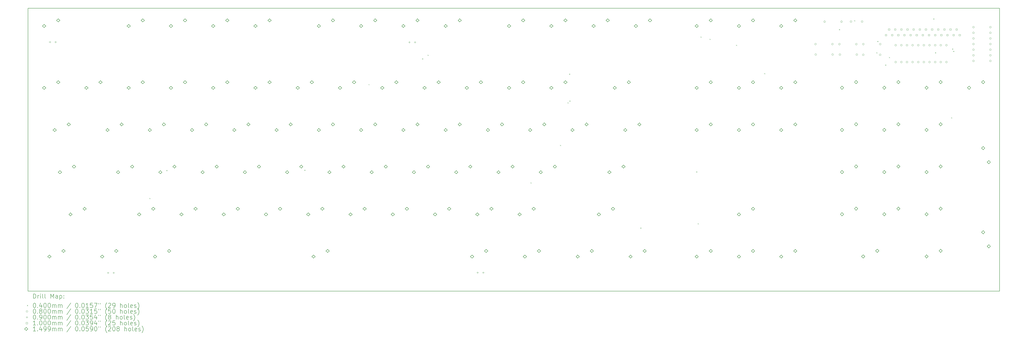
<source format=gbr>
%TF.GenerationSoftware,KiCad,Pcbnew,7.0.1*%
%TF.CreationDate,2024-09-21T18:30:58-05:00*%
%TF.ProjectId,C128DKEYBOARD,43313238-444b-4455-9942-4f4152442e6b,3.3*%
%TF.SameCoordinates,Original*%
%TF.FileFunction,Drillmap*%
%TF.FilePolarity,Positive*%
%FSLAX45Y45*%
G04 Gerber Fmt 4.5, Leading zero omitted, Abs format (unit mm)*
G04 Created by KiCad (PCBNEW 7.0.1) date 2024-09-21 18:30:58*
%MOMM*%
%LPD*%
G01*
G04 APERTURE LIST*
%ADD10C,0.150000*%
%ADD11C,0.200000*%
%ADD12C,0.040000*%
%ADD13C,0.080000*%
%ADD14C,0.090000*%
%ADD15C,0.100000*%
%ADD16C,0.149860*%
G04 APERTURE END LIST*
D10*
X5421630Y-12321540D02*
X11608830Y-12321600D01*
X45111730Y-12322280D02*
X13406430Y-12321540D01*
X5358130Y-25097740D02*
X5326380Y-25097740D01*
X45111730Y-12322280D02*
X49109630Y-12321540D01*
X49109630Y-12639040D02*
X49109630Y-12575540D01*
X11608830Y-12321600D02*
X13406430Y-12321540D01*
X5326380Y-25021540D02*
X5326380Y-25097740D01*
X5421630Y-12321540D02*
X5358130Y-12321540D01*
X49109630Y-25097740D02*
X49109630Y-12639040D01*
X5358130Y-25097740D02*
X49109630Y-25097740D01*
X49109630Y-12321540D02*
X49109630Y-12575540D01*
X5326380Y-12321540D02*
X5326380Y-25021540D01*
X5326380Y-12321540D02*
X5358130Y-12321540D01*
D11*
D12*
X10792230Y-20888850D02*
X10832230Y-20928850D01*
X10832230Y-20888850D02*
X10792230Y-20928850D01*
X11561780Y-19623470D02*
X11601780Y-19663470D01*
X11601780Y-19623470D02*
X11561780Y-19663470D01*
X17780130Y-19613060D02*
X17820130Y-19653060D01*
X17820130Y-19613060D02*
X17780130Y-19653060D01*
X20670490Y-15744170D02*
X20710490Y-15784170D01*
X20710490Y-15744170D02*
X20670490Y-15784170D01*
X23085610Y-14585410D02*
X23125610Y-14625410D01*
X23125610Y-14585410D02*
X23085610Y-14625410D01*
X23331840Y-14419480D02*
X23371840Y-14459480D01*
X23371840Y-14419480D02*
X23331840Y-14459480D01*
X27970660Y-20186970D02*
X28010660Y-20226970D01*
X28010660Y-20186970D02*
X27970660Y-20226970D01*
X29300580Y-18489510D02*
X29340580Y-18529510D01*
X29340580Y-18489510D02*
X29300580Y-18529510D01*
X29641470Y-16568080D02*
X29681470Y-16608080D01*
X29681470Y-16568080D02*
X29641470Y-16608080D01*
X29713000Y-15275410D02*
X29753000Y-15315410D01*
X29753000Y-15275410D02*
X29713000Y-15315410D01*
X29726680Y-16490060D02*
X29766680Y-16530060D01*
X29766680Y-16490060D02*
X29726680Y-16530060D01*
X32922560Y-22228460D02*
X32962560Y-22268460D01*
X32962560Y-22228460D02*
X32922560Y-22268460D01*
X35442210Y-19689180D02*
X35482210Y-19729180D01*
X35482210Y-19689180D02*
X35442210Y-19729180D01*
X35507630Y-22028430D02*
X35547630Y-22068430D01*
X35547630Y-22028430D02*
X35507630Y-22068430D01*
X35634240Y-13598870D02*
X35674240Y-13638870D01*
X35674240Y-13598870D02*
X35634240Y-13638870D01*
X36041720Y-13698610D02*
X36081720Y-13738610D01*
X36081720Y-13698610D02*
X36041720Y-13738610D01*
X37233310Y-13971770D02*
X37273310Y-14011770D01*
X37273310Y-13971770D02*
X37233310Y-14011770D01*
X38508060Y-15246520D02*
X38548060Y-15286520D01*
X38548060Y-15246520D02*
X38508060Y-15286520D01*
X41874750Y-13264160D02*
X41914750Y-13304160D01*
X41914750Y-13264160D02*
X41874750Y-13304160D01*
X42560150Y-12858360D02*
X42600150Y-12898360D01*
X42600150Y-12858360D02*
X42560150Y-12898360D01*
X43558160Y-14310980D02*
X43598160Y-14350980D01*
X43598160Y-14310980D02*
X43558160Y-14350980D01*
X43605360Y-13796550D02*
X43645360Y-13836550D01*
X43645360Y-13796550D02*
X43605360Y-13836550D01*
X43960100Y-14864400D02*
X44000100Y-14904400D01*
X44000100Y-14864400D02*
X43960100Y-14904400D01*
X44125200Y-14521500D02*
X44165200Y-14561500D01*
X44165200Y-14521500D02*
X44125200Y-14561500D01*
X46124410Y-12780540D02*
X46164410Y-12820540D01*
X46164410Y-12780540D02*
X46124410Y-12820540D01*
X46205450Y-14308720D02*
X46245450Y-14348720D01*
X46245450Y-14308720D02*
X46205450Y-14348720D01*
X46931300Y-17246660D02*
X46971300Y-17286660D01*
X46971300Y-17246660D02*
X46931300Y-17286660D01*
X46978170Y-14140650D02*
X47018170Y-14180650D01*
X47018170Y-14140650D02*
X46978170Y-14180650D01*
X47025310Y-14245160D02*
X47065310Y-14285160D01*
X47065310Y-14245160D02*
X47025310Y-14285160D01*
D13*
X40857720Y-13938380D02*
G75*
G03*
X40857720Y-13938380I-40000J0D01*
G01*
X40867960Y-14406880D02*
G75*
G03*
X40867960Y-14406880I-40000J0D01*
G01*
X41269280Y-12923520D02*
G75*
G03*
X41269280Y-12923520I-40000J0D01*
G01*
X41619720Y-13938380D02*
G75*
G03*
X41619720Y-13938380I-40000J0D01*
G01*
X41629960Y-14406880D02*
G75*
G03*
X41629960Y-14406880I-40000J0D01*
G01*
X41934720Y-13938380D02*
G75*
G03*
X41934720Y-13938380I-40000J0D01*
G01*
X41957620Y-14411960D02*
G75*
G03*
X41957620Y-14411960I-40000J0D01*
G01*
X42031280Y-12923520D02*
G75*
G03*
X42031280Y-12923520I-40000J0D01*
G01*
X42456920Y-12918440D02*
G75*
G03*
X42456920Y-12918440I-40000J0D01*
G01*
X42696720Y-13938380D02*
G75*
G03*
X42696720Y-13938380I-40000J0D01*
G01*
X42719620Y-14411960D02*
G75*
G03*
X42719620Y-14411960I-40000J0D01*
G01*
X42956920Y-12918440D02*
G75*
G03*
X42956920Y-12918440I-40000J0D01*
G01*
X43009180Y-14419580D02*
G75*
G03*
X43009180Y-14419580I-40000J0D01*
G01*
X43011720Y-13938380D02*
G75*
G03*
X43011720Y-13938380I-40000J0D01*
G01*
X43771180Y-14419580D02*
G75*
G03*
X43771180Y-14419580I-40000J0D01*
G01*
X43773720Y-13938380D02*
G75*
G03*
X43773720Y-13938380I-40000J0D01*
G01*
X44472720Y-13986780D02*
G75*
G03*
X44472720Y-13986780I-40000J0D01*
G01*
X44472720Y-14748780D02*
G75*
G03*
X44472720Y-14748780I-40000J0D01*
G01*
X44726720Y-13986780D02*
G75*
G03*
X44726720Y-13986780I-40000J0D01*
G01*
X44726720Y-14748780D02*
G75*
G03*
X44726720Y-14748780I-40000J0D01*
G01*
X44980720Y-13986780D02*
G75*
G03*
X44980720Y-13986780I-40000J0D01*
G01*
X44980720Y-14748780D02*
G75*
G03*
X44980720Y-14748780I-40000J0D01*
G01*
X45234720Y-13986780D02*
G75*
G03*
X45234720Y-13986780I-40000J0D01*
G01*
X45234720Y-14748780D02*
G75*
G03*
X45234720Y-14748780I-40000J0D01*
G01*
X45488720Y-13986780D02*
G75*
G03*
X45488720Y-13986780I-40000J0D01*
G01*
X45488720Y-14748780D02*
G75*
G03*
X45488720Y-14748780I-40000J0D01*
G01*
X45742720Y-13986780D02*
G75*
G03*
X45742720Y-13986780I-40000J0D01*
G01*
X45742720Y-14748780D02*
G75*
G03*
X45742720Y-14748780I-40000J0D01*
G01*
X45996720Y-13986780D02*
G75*
G03*
X45996720Y-13986780I-40000J0D01*
G01*
X45996720Y-14748780D02*
G75*
G03*
X45996720Y-14748780I-40000J0D01*
G01*
X46250720Y-13986780D02*
G75*
G03*
X46250720Y-13986780I-40000J0D01*
G01*
X46250720Y-14748780D02*
G75*
G03*
X46250720Y-14748780I-40000J0D01*
G01*
X46504720Y-13986780D02*
G75*
G03*
X46504720Y-13986780I-40000J0D01*
G01*
X46504720Y-14748780D02*
G75*
G03*
X46504720Y-14748780I-40000J0D01*
G01*
X46758720Y-13986780D02*
G75*
G03*
X46758720Y-13986780I-40000J0D01*
G01*
X46758720Y-14748780D02*
G75*
G03*
X46758720Y-14748780I-40000J0D01*
G01*
X47975880Y-13171940D02*
G75*
G03*
X47975880Y-13171940I-40000J0D01*
G01*
X47975880Y-13425940D02*
G75*
G03*
X47975880Y-13425940I-40000J0D01*
G01*
X47975880Y-13679940D02*
G75*
G03*
X47975880Y-13679940I-40000J0D01*
G01*
X47975880Y-13933940D02*
G75*
G03*
X47975880Y-13933940I-40000J0D01*
G01*
X47975880Y-14187940D02*
G75*
G03*
X47975880Y-14187940I-40000J0D01*
G01*
X47975880Y-14441940D02*
G75*
G03*
X47975880Y-14441940I-40000J0D01*
G01*
X47975880Y-14695940D02*
G75*
G03*
X47975880Y-14695940I-40000J0D01*
G01*
X48737880Y-13171940D02*
G75*
G03*
X48737880Y-13171940I-40000J0D01*
G01*
X48737880Y-13425940D02*
G75*
G03*
X48737880Y-13425940I-40000J0D01*
G01*
X48737880Y-13679940D02*
G75*
G03*
X48737880Y-13679940I-40000J0D01*
G01*
X48737880Y-13933940D02*
G75*
G03*
X48737880Y-13933940I-40000J0D01*
G01*
X48737880Y-14187940D02*
G75*
G03*
X48737880Y-14187940I-40000J0D01*
G01*
X48737880Y-14441940D02*
G75*
G03*
X48737880Y-14441940I-40000J0D01*
G01*
X48737880Y-14695940D02*
G75*
G03*
X48737880Y-14695940I-40000J0D01*
G01*
D14*
X6311400Y-13800540D02*
X6311400Y-13890540D01*
X6266400Y-13845540D02*
X6356400Y-13845540D01*
X6565400Y-13800540D02*
X6565400Y-13890540D01*
X6520400Y-13845540D02*
X6610400Y-13845540D01*
X8932180Y-24219620D02*
X8932180Y-24309620D01*
X8887180Y-24264620D02*
X8977180Y-24264620D01*
X9186180Y-24219620D02*
X9186180Y-24309620D01*
X9141180Y-24264620D02*
X9231180Y-24264620D01*
X22511520Y-13808160D02*
X22511520Y-13898160D01*
X22466520Y-13853160D02*
X22556520Y-13853160D01*
X22765520Y-13808160D02*
X22765520Y-13898160D01*
X22720520Y-13853160D02*
X22810520Y-13853160D01*
X25587460Y-24212000D02*
X25587460Y-24302000D01*
X25542460Y-24257000D02*
X25632460Y-24257000D01*
X25841460Y-24212000D02*
X25841460Y-24302000D01*
X25796460Y-24257000D02*
X25886460Y-24257000D01*
D15*
X44026816Y-13562986D02*
X44026816Y-13492274D01*
X43956104Y-13492274D01*
X43956104Y-13562986D01*
X44026816Y-13562986D01*
X44165316Y-13308986D02*
X44165316Y-13238274D01*
X44094604Y-13238274D01*
X44094604Y-13308986D01*
X44165316Y-13308986D01*
X44303816Y-13562986D02*
X44303816Y-13492274D01*
X44233104Y-13492274D01*
X44233104Y-13562986D01*
X44303816Y-13562986D01*
X44442316Y-13308986D02*
X44442316Y-13238274D01*
X44371604Y-13238274D01*
X44371604Y-13308986D01*
X44442316Y-13308986D01*
X44580816Y-13562986D02*
X44580816Y-13492274D01*
X44510104Y-13492274D01*
X44510104Y-13562986D01*
X44580816Y-13562986D01*
X44719316Y-13308986D02*
X44719316Y-13238274D01*
X44648604Y-13238274D01*
X44648604Y-13308986D01*
X44719316Y-13308986D01*
X44857816Y-13562986D02*
X44857816Y-13492274D01*
X44787104Y-13492274D01*
X44787104Y-13562986D01*
X44857816Y-13562986D01*
X44996316Y-13308986D02*
X44996316Y-13238274D01*
X44925604Y-13238274D01*
X44925604Y-13308986D01*
X44996316Y-13308986D01*
X45134816Y-13562986D02*
X45134816Y-13492274D01*
X45064104Y-13492274D01*
X45064104Y-13562986D01*
X45134816Y-13562986D01*
X45273316Y-13308986D02*
X45273316Y-13238274D01*
X45202604Y-13238274D01*
X45202604Y-13308986D01*
X45273316Y-13308986D01*
X45411816Y-13562986D02*
X45411816Y-13492274D01*
X45341104Y-13492274D01*
X45341104Y-13562986D01*
X45411816Y-13562986D01*
X45550316Y-13308986D02*
X45550316Y-13238274D01*
X45479604Y-13238274D01*
X45479604Y-13308986D01*
X45550316Y-13308986D01*
X45688816Y-13562986D02*
X45688816Y-13492274D01*
X45618104Y-13492274D01*
X45618104Y-13562986D01*
X45688816Y-13562986D01*
X45827316Y-13308986D02*
X45827316Y-13238274D01*
X45756604Y-13238274D01*
X45756604Y-13308986D01*
X45827316Y-13308986D01*
X45965816Y-13562986D02*
X45965816Y-13492274D01*
X45895104Y-13492274D01*
X45895104Y-13562986D01*
X45965816Y-13562986D01*
X46104316Y-13308986D02*
X46104316Y-13238274D01*
X46033604Y-13238274D01*
X46033604Y-13308986D01*
X46104316Y-13308986D01*
X46242816Y-13562986D02*
X46242816Y-13492274D01*
X46172104Y-13492274D01*
X46172104Y-13562986D01*
X46242816Y-13562986D01*
X46381316Y-13308986D02*
X46381316Y-13238274D01*
X46310604Y-13238274D01*
X46310604Y-13308986D01*
X46381316Y-13308986D01*
X46519816Y-13562986D02*
X46519816Y-13492274D01*
X46449104Y-13492274D01*
X46449104Y-13562986D01*
X46519816Y-13562986D01*
X46658316Y-13308986D02*
X46658316Y-13238274D01*
X46587604Y-13238274D01*
X46587604Y-13308986D01*
X46658316Y-13308986D01*
X46796816Y-13562986D02*
X46796816Y-13492274D01*
X46726104Y-13492274D01*
X46726104Y-13562986D01*
X46796816Y-13562986D01*
X46935316Y-13308986D02*
X46935316Y-13238274D01*
X46864604Y-13238274D01*
X46864604Y-13308986D01*
X46935316Y-13308986D01*
X47073816Y-13562986D02*
X47073816Y-13492274D01*
X47003104Y-13492274D01*
X47003104Y-13562986D01*
X47073816Y-13562986D01*
X47212316Y-13308986D02*
X47212316Y-13238274D01*
X47141604Y-13238274D01*
X47141604Y-13308986D01*
X47212316Y-13308986D01*
X47350816Y-13562986D02*
X47350816Y-13492274D01*
X47280104Y-13492274D01*
X47280104Y-13562986D01*
X47350816Y-13562986D01*
D16*
X6051550Y-13194030D02*
X6126480Y-13119100D01*
X6051550Y-13044170D01*
X5976620Y-13119100D01*
X6051550Y-13194030D01*
X6051550Y-15988030D02*
X6126480Y-15913100D01*
X6051550Y-15838170D01*
X5976620Y-15913100D01*
X6051550Y-15988030D01*
X6289050Y-23608030D02*
X6363980Y-23533100D01*
X6289050Y-23458170D01*
X6214120Y-23533100D01*
X6289050Y-23608030D01*
X6527050Y-17893030D02*
X6601980Y-17818100D01*
X6527050Y-17743170D01*
X6452120Y-17818100D01*
X6527050Y-17893030D01*
X6686550Y-12940030D02*
X6761480Y-12865100D01*
X6686550Y-12790170D01*
X6611620Y-12865100D01*
X6686550Y-12940030D01*
X6686550Y-15734030D02*
X6761480Y-15659100D01*
X6686550Y-15584170D01*
X6611620Y-15659100D01*
X6686550Y-15734030D01*
X6765350Y-19798030D02*
X6840280Y-19723100D01*
X6765350Y-19648170D01*
X6690420Y-19723100D01*
X6765350Y-19798030D01*
X6924050Y-23354030D02*
X6998980Y-23279100D01*
X6924050Y-23204170D01*
X6849120Y-23279100D01*
X6924050Y-23354030D01*
X7162050Y-17639030D02*
X7236980Y-17564100D01*
X7162050Y-17489170D01*
X7087120Y-17564100D01*
X7162050Y-17639030D01*
X7241550Y-21703030D02*
X7316480Y-21628100D01*
X7241550Y-21553170D01*
X7166620Y-21628100D01*
X7241550Y-21703030D01*
X7400350Y-19544030D02*
X7475280Y-19469100D01*
X7400350Y-19394170D01*
X7325420Y-19469100D01*
X7400350Y-19544030D01*
X7876550Y-21449030D02*
X7951480Y-21374100D01*
X7876550Y-21299170D01*
X7801620Y-21374100D01*
X7876550Y-21449030D01*
X7956550Y-15988030D02*
X8031480Y-15913100D01*
X7956550Y-15838170D01*
X7881620Y-15913100D01*
X7956550Y-15988030D01*
X8591550Y-15734030D02*
X8666480Y-15659100D01*
X8591550Y-15584170D01*
X8516620Y-15659100D01*
X8591550Y-15734030D01*
X8670050Y-23608030D02*
X8744980Y-23533100D01*
X8670050Y-23458170D01*
X8595120Y-23533100D01*
X8670050Y-23608030D01*
X8909050Y-17893030D02*
X8983980Y-17818100D01*
X8909050Y-17743170D01*
X8834120Y-17818100D01*
X8909050Y-17893030D01*
X9305050Y-23354030D02*
X9379980Y-23279100D01*
X9305050Y-23204170D01*
X9230120Y-23279100D01*
X9305050Y-23354030D01*
X9384050Y-19798030D02*
X9458980Y-19723100D01*
X9384050Y-19648170D01*
X9309120Y-19723100D01*
X9384050Y-19798030D01*
X9544050Y-17639030D02*
X9618980Y-17564100D01*
X9544050Y-17489170D01*
X9469120Y-17564100D01*
X9544050Y-17639030D01*
X9861550Y-13194030D02*
X9936480Y-13119100D01*
X9861550Y-13044170D01*
X9786620Y-13119100D01*
X9861550Y-13194030D01*
X9861550Y-15988030D02*
X9936480Y-15913100D01*
X9861550Y-15838170D01*
X9786620Y-15913100D01*
X9861550Y-15988030D01*
X10019050Y-19544030D02*
X10093980Y-19469100D01*
X10019050Y-19394170D01*
X9944120Y-19469100D01*
X10019050Y-19544030D01*
X10336550Y-21703030D02*
X10411480Y-21628100D01*
X10336550Y-21553170D01*
X10261620Y-21628100D01*
X10336550Y-21703030D01*
X10496550Y-12940030D02*
X10571480Y-12865100D01*
X10496550Y-12790170D01*
X10421620Y-12865100D01*
X10496550Y-12940030D01*
X10496550Y-15734030D02*
X10571480Y-15659100D01*
X10496550Y-15584170D01*
X10421620Y-15659100D01*
X10496550Y-15734030D01*
X10814050Y-17893030D02*
X10888980Y-17818100D01*
X10814050Y-17743170D01*
X10739120Y-17818100D01*
X10814050Y-17893030D01*
X10971550Y-21449030D02*
X11046480Y-21374100D01*
X10971550Y-21299170D01*
X10896620Y-21374100D01*
X10971550Y-21449030D01*
X11051050Y-23608030D02*
X11125980Y-23533100D01*
X11051050Y-23458170D01*
X10976120Y-23533100D01*
X11051050Y-23608030D01*
X11289050Y-19798030D02*
X11363980Y-19723100D01*
X11289050Y-19648170D01*
X11214120Y-19723100D01*
X11289050Y-19798030D01*
X11449050Y-17639030D02*
X11523980Y-17564100D01*
X11449050Y-17489170D01*
X11374120Y-17564100D01*
X11449050Y-17639030D01*
X11686050Y-23354030D02*
X11760980Y-23279100D01*
X11686050Y-23204170D01*
X11611120Y-23279100D01*
X11686050Y-23354030D01*
X11766550Y-13194030D02*
X11841480Y-13119100D01*
X11766550Y-13044170D01*
X11691620Y-13119100D01*
X11766550Y-13194030D01*
X11766550Y-15988030D02*
X11841480Y-15913100D01*
X11766550Y-15838170D01*
X11691620Y-15913100D01*
X11766550Y-15988030D01*
X11924050Y-19544030D02*
X11998980Y-19469100D01*
X11924050Y-19394170D01*
X11849120Y-19469100D01*
X11924050Y-19544030D01*
X12241550Y-21703030D02*
X12316480Y-21628100D01*
X12241550Y-21553170D01*
X12166620Y-21628100D01*
X12241550Y-21703030D01*
X12401550Y-12940030D02*
X12476480Y-12865100D01*
X12401550Y-12790170D01*
X12326620Y-12865100D01*
X12401550Y-12940030D01*
X12401550Y-15734030D02*
X12476480Y-15659100D01*
X12401550Y-15584170D01*
X12326620Y-15659100D01*
X12401550Y-15734030D01*
X12719050Y-17893030D02*
X12793980Y-17818100D01*
X12719050Y-17743170D01*
X12644120Y-17818100D01*
X12719050Y-17893030D01*
X12876550Y-21449030D02*
X12951480Y-21374100D01*
X12876550Y-21299170D01*
X12801620Y-21374100D01*
X12876550Y-21449030D01*
X13194050Y-19798030D02*
X13268980Y-19723100D01*
X13194050Y-19648170D01*
X13119120Y-19723100D01*
X13194050Y-19798030D01*
X13354050Y-17639030D02*
X13428980Y-17564100D01*
X13354050Y-17489170D01*
X13279120Y-17564100D01*
X13354050Y-17639030D01*
X13671550Y-13194030D02*
X13746480Y-13119100D01*
X13671550Y-13044170D01*
X13596620Y-13119100D01*
X13671550Y-13194030D01*
X13671550Y-15988030D02*
X13746480Y-15913100D01*
X13671550Y-15838170D01*
X13596620Y-15913100D01*
X13671550Y-15988030D01*
X13829050Y-19544030D02*
X13903980Y-19469100D01*
X13829050Y-19394170D01*
X13754120Y-19469100D01*
X13829050Y-19544030D01*
X14146550Y-21703030D02*
X14221480Y-21628100D01*
X14146550Y-21553170D01*
X14071620Y-21628100D01*
X14146550Y-21703030D01*
X14306550Y-12940030D02*
X14381480Y-12865100D01*
X14306550Y-12790170D01*
X14231620Y-12865100D01*
X14306550Y-12940030D01*
X14306550Y-15734030D02*
X14381480Y-15659100D01*
X14306550Y-15584170D01*
X14231620Y-15659100D01*
X14306550Y-15734030D01*
X14624050Y-17893030D02*
X14698980Y-17818100D01*
X14624050Y-17743170D01*
X14549120Y-17818100D01*
X14624050Y-17893030D01*
X14781550Y-21449030D02*
X14856480Y-21374100D01*
X14781550Y-21299170D01*
X14706620Y-21374100D01*
X14781550Y-21449030D01*
X15099050Y-19798030D02*
X15173980Y-19723100D01*
X15099050Y-19648170D01*
X15024120Y-19723100D01*
X15099050Y-19798030D01*
X15259050Y-17639030D02*
X15333980Y-17564100D01*
X15259050Y-17489170D01*
X15184120Y-17564100D01*
X15259050Y-17639030D01*
X15576550Y-13194030D02*
X15651480Y-13119100D01*
X15576550Y-13044170D01*
X15501620Y-13119100D01*
X15576550Y-13194030D01*
X15576550Y-15988030D02*
X15651480Y-15913100D01*
X15576550Y-15838170D01*
X15501620Y-15913100D01*
X15576550Y-15988030D01*
X15734050Y-19544030D02*
X15808980Y-19469100D01*
X15734050Y-19394170D01*
X15659120Y-19469100D01*
X15734050Y-19544030D01*
X16051550Y-21703030D02*
X16126480Y-21628100D01*
X16051550Y-21553170D01*
X15976620Y-21628100D01*
X16051550Y-21703030D01*
X16211550Y-12940030D02*
X16286480Y-12865100D01*
X16211550Y-12790170D01*
X16136620Y-12865100D01*
X16211550Y-12940030D01*
X16211550Y-15734030D02*
X16286480Y-15659100D01*
X16211550Y-15584170D01*
X16136620Y-15659100D01*
X16211550Y-15734030D01*
X16529050Y-17893030D02*
X16603980Y-17818100D01*
X16529050Y-17743170D01*
X16454120Y-17818100D01*
X16529050Y-17893030D01*
X16686550Y-21449030D02*
X16761480Y-21374100D01*
X16686550Y-21299170D01*
X16611620Y-21374100D01*
X16686550Y-21449030D01*
X17004050Y-19798030D02*
X17078980Y-19723100D01*
X17004050Y-19648170D01*
X16929120Y-19723100D01*
X17004050Y-19798030D01*
X17164050Y-17639030D02*
X17238980Y-17564100D01*
X17164050Y-17489170D01*
X17089120Y-17564100D01*
X17164050Y-17639030D01*
X17481550Y-15988030D02*
X17556480Y-15913100D01*
X17481550Y-15838170D01*
X17406620Y-15913100D01*
X17481550Y-15988030D01*
X17639050Y-19544030D02*
X17713980Y-19469100D01*
X17639050Y-19394170D01*
X17564120Y-19469100D01*
X17639050Y-19544030D01*
X17956550Y-21703030D02*
X18031480Y-21628100D01*
X17956550Y-21553170D01*
X17881620Y-21628100D01*
X17956550Y-21703030D01*
X18116550Y-15734030D02*
X18191480Y-15659100D01*
X18116550Y-15584170D01*
X18041620Y-15659100D01*
X18116550Y-15734030D01*
X18194550Y-23608030D02*
X18269480Y-23533100D01*
X18194550Y-23458170D01*
X18119620Y-23533100D01*
X18194550Y-23608030D01*
X18434050Y-13194030D02*
X18508980Y-13119100D01*
X18434050Y-13044170D01*
X18359120Y-13119100D01*
X18434050Y-13194030D01*
X18434050Y-17893030D02*
X18508980Y-17818100D01*
X18434050Y-17743170D01*
X18359120Y-17818100D01*
X18434050Y-17893030D01*
X18591550Y-21449030D02*
X18666480Y-21374100D01*
X18591550Y-21299170D01*
X18516620Y-21374100D01*
X18591550Y-21449030D01*
X18829550Y-23354030D02*
X18904480Y-23279100D01*
X18829550Y-23204170D01*
X18754620Y-23279100D01*
X18829550Y-23354030D01*
X18909050Y-19798030D02*
X18983980Y-19723100D01*
X18909050Y-19648170D01*
X18834120Y-19723100D01*
X18909050Y-19798030D01*
X19069050Y-12940030D02*
X19143980Y-12865100D01*
X19069050Y-12790170D01*
X18994120Y-12865100D01*
X19069050Y-12940030D01*
X19069050Y-17639030D02*
X19143980Y-17564100D01*
X19069050Y-17489170D01*
X18994120Y-17564100D01*
X19069050Y-17639030D01*
X19386550Y-15988030D02*
X19461480Y-15913100D01*
X19386550Y-15838170D01*
X19311620Y-15913100D01*
X19386550Y-15988030D01*
X19544050Y-19544030D02*
X19618980Y-19469100D01*
X19544050Y-19394170D01*
X19469120Y-19469100D01*
X19544050Y-19544030D01*
X19861550Y-21703030D02*
X19936480Y-21628100D01*
X19861550Y-21553170D01*
X19786620Y-21628100D01*
X19861550Y-21703030D01*
X20021550Y-15734030D02*
X20096480Y-15659100D01*
X20021550Y-15584170D01*
X19946620Y-15659100D01*
X20021550Y-15734030D01*
X20339050Y-13194030D02*
X20413980Y-13119100D01*
X20339050Y-13044170D01*
X20264120Y-13119100D01*
X20339050Y-13194030D01*
X20339050Y-17893030D02*
X20413980Y-17818100D01*
X20339050Y-17743170D01*
X20264120Y-17818100D01*
X20339050Y-17893030D01*
X20496550Y-21449030D02*
X20571480Y-21374100D01*
X20496550Y-21299170D01*
X20421620Y-21374100D01*
X20496550Y-21449030D01*
X20814050Y-19798030D02*
X20888980Y-19723100D01*
X20814050Y-19648170D01*
X20739120Y-19723100D01*
X20814050Y-19798030D01*
X20974050Y-12940030D02*
X21048980Y-12865100D01*
X20974050Y-12790170D01*
X20899120Y-12865100D01*
X20974050Y-12940030D01*
X20974050Y-17639030D02*
X21048980Y-17564100D01*
X20974050Y-17489170D01*
X20899120Y-17564100D01*
X20974050Y-17639030D01*
X21291550Y-15988030D02*
X21366480Y-15913100D01*
X21291550Y-15838170D01*
X21216620Y-15913100D01*
X21291550Y-15988030D01*
X21449050Y-19544030D02*
X21523980Y-19469100D01*
X21449050Y-19394170D01*
X21374120Y-19469100D01*
X21449050Y-19544030D01*
X21766550Y-21703030D02*
X21841480Y-21628100D01*
X21766550Y-21553170D01*
X21691620Y-21628100D01*
X21766550Y-21703030D01*
X21926550Y-15734030D02*
X22001480Y-15659100D01*
X21926550Y-15584170D01*
X21851620Y-15659100D01*
X21926550Y-15734030D01*
X22244050Y-13194030D02*
X22318980Y-13119100D01*
X22244050Y-13044170D01*
X22169120Y-13119100D01*
X22244050Y-13194030D01*
X22244050Y-17893030D02*
X22318980Y-17818100D01*
X22244050Y-17743170D01*
X22169120Y-17818100D01*
X22244050Y-17893030D01*
X22401550Y-21449030D02*
X22476480Y-21374100D01*
X22401550Y-21299170D01*
X22326620Y-21374100D01*
X22401550Y-21449030D01*
X22719050Y-19798030D02*
X22793980Y-19723100D01*
X22719050Y-19648170D01*
X22644120Y-19723100D01*
X22719050Y-19798030D01*
X22879050Y-12940030D02*
X22953980Y-12865100D01*
X22879050Y-12790170D01*
X22804120Y-12865100D01*
X22879050Y-12940030D01*
X22879050Y-17639030D02*
X22953980Y-17564100D01*
X22879050Y-17489170D01*
X22804120Y-17564100D01*
X22879050Y-17639030D01*
X23196550Y-15988030D02*
X23271480Y-15913100D01*
X23196550Y-15838170D01*
X23121620Y-15913100D01*
X23196550Y-15988030D01*
X23354050Y-19544030D02*
X23428980Y-19469100D01*
X23354050Y-19394170D01*
X23279120Y-19469100D01*
X23354050Y-19544030D01*
X23671550Y-21703030D02*
X23746480Y-21628100D01*
X23671550Y-21553170D01*
X23596620Y-21628100D01*
X23671550Y-21703030D01*
X23831550Y-15734030D02*
X23906480Y-15659100D01*
X23831550Y-15584170D01*
X23756620Y-15659100D01*
X23831550Y-15734030D01*
X24149050Y-13194030D02*
X24223980Y-13119100D01*
X24149050Y-13044170D01*
X24074120Y-13119100D01*
X24149050Y-13194030D01*
X24149050Y-17893030D02*
X24223980Y-17818100D01*
X24149050Y-17743170D01*
X24074120Y-17818100D01*
X24149050Y-17893030D01*
X24306550Y-21449030D02*
X24381480Y-21374100D01*
X24306550Y-21299170D01*
X24231620Y-21374100D01*
X24306550Y-21449030D01*
X24624050Y-19798030D02*
X24698980Y-19723100D01*
X24624050Y-19648170D01*
X24549120Y-19723100D01*
X24624050Y-19798030D01*
X24784050Y-12940030D02*
X24858980Y-12865100D01*
X24784050Y-12790170D01*
X24709120Y-12865100D01*
X24784050Y-12940030D01*
X24784050Y-17639030D02*
X24858980Y-17564100D01*
X24784050Y-17489170D01*
X24709120Y-17564100D01*
X24784050Y-17639030D01*
X25101550Y-15988030D02*
X25176480Y-15913100D01*
X25101550Y-15838170D01*
X25026620Y-15913100D01*
X25101550Y-15988030D01*
X25259050Y-19544030D02*
X25333980Y-19469100D01*
X25259050Y-19394170D01*
X25184120Y-19469100D01*
X25259050Y-19544030D01*
X25338550Y-23608030D02*
X25413480Y-23533100D01*
X25338550Y-23458170D01*
X25263620Y-23533100D01*
X25338550Y-23608030D01*
X25576550Y-21703030D02*
X25651480Y-21628100D01*
X25576550Y-21553170D01*
X25501620Y-21628100D01*
X25576550Y-21703030D01*
X25736550Y-15734030D02*
X25811480Y-15659100D01*
X25736550Y-15584170D01*
X25661620Y-15659100D01*
X25736550Y-15734030D01*
X25973550Y-23354030D02*
X26048480Y-23279100D01*
X25973550Y-23204170D01*
X25898620Y-23279100D01*
X25973550Y-23354030D01*
X26054050Y-17893030D02*
X26128980Y-17818100D01*
X26054050Y-17743170D01*
X25979120Y-17818100D01*
X26054050Y-17893030D01*
X26211550Y-21449030D02*
X26286480Y-21374100D01*
X26211550Y-21299170D01*
X26136620Y-21374100D01*
X26211550Y-21449030D01*
X26529050Y-19798030D02*
X26603980Y-19723100D01*
X26529050Y-19648170D01*
X26454120Y-19723100D01*
X26529050Y-19798030D01*
X26689050Y-17639030D02*
X26763980Y-17564100D01*
X26689050Y-17489170D01*
X26614120Y-17564100D01*
X26689050Y-17639030D01*
X27006550Y-13194030D02*
X27081480Y-13119100D01*
X27006550Y-13044170D01*
X26931620Y-13119100D01*
X27006550Y-13194030D01*
X27006550Y-15988030D02*
X27081480Y-15913100D01*
X27006550Y-15838170D01*
X26931620Y-15913100D01*
X27006550Y-15988030D01*
X27164050Y-19544030D02*
X27238980Y-19469100D01*
X27164050Y-19394170D01*
X27089120Y-19469100D01*
X27164050Y-19544030D01*
X27481550Y-21703030D02*
X27556480Y-21628100D01*
X27481550Y-21553170D01*
X27406620Y-21628100D01*
X27481550Y-21703030D01*
X27641550Y-12940030D02*
X27716480Y-12865100D01*
X27641550Y-12790170D01*
X27566620Y-12865100D01*
X27641550Y-12940030D01*
X27641550Y-15734030D02*
X27716480Y-15659100D01*
X27641550Y-15584170D01*
X27566620Y-15659100D01*
X27641550Y-15734030D01*
X27719550Y-23608030D02*
X27794480Y-23533100D01*
X27719550Y-23458170D01*
X27644620Y-23533100D01*
X27719550Y-23608030D01*
X27959050Y-17893030D02*
X28033980Y-17818100D01*
X27959050Y-17743170D01*
X27884120Y-17818100D01*
X27959050Y-17893030D01*
X28116550Y-21449030D02*
X28191480Y-21374100D01*
X28116550Y-21299170D01*
X28041620Y-21374100D01*
X28116550Y-21449030D01*
X28354550Y-23354030D02*
X28429480Y-23279100D01*
X28354550Y-23204170D01*
X28279620Y-23279100D01*
X28354550Y-23354030D01*
X28434050Y-19798030D02*
X28508980Y-19723100D01*
X28434050Y-19648170D01*
X28359120Y-19723100D01*
X28434050Y-19798030D01*
X28594050Y-17639030D02*
X28668980Y-17564100D01*
X28594050Y-17489170D01*
X28519120Y-17564100D01*
X28594050Y-17639030D01*
X28911550Y-13194030D02*
X28986480Y-13119100D01*
X28911550Y-13044170D01*
X28836620Y-13119100D01*
X28911550Y-13194030D01*
X28911550Y-15988030D02*
X28986480Y-15913100D01*
X28911550Y-15838170D01*
X28836620Y-15913100D01*
X28911550Y-15988030D01*
X29069050Y-19544030D02*
X29143980Y-19469100D01*
X29069050Y-19394170D01*
X28994120Y-19469100D01*
X29069050Y-19544030D01*
X29546550Y-12940030D02*
X29621480Y-12865100D01*
X29546550Y-12790170D01*
X29471620Y-12865100D01*
X29546550Y-12940030D01*
X29546550Y-15734030D02*
X29621480Y-15659100D01*
X29546550Y-15584170D01*
X29471620Y-15659100D01*
X29546550Y-15734030D01*
X29864050Y-17893030D02*
X29938980Y-17818100D01*
X29864050Y-17743170D01*
X29789120Y-17818100D01*
X29864050Y-17893030D01*
X30100550Y-23608030D02*
X30175480Y-23533100D01*
X30100550Y-23458170D01*
X30025620Y-23533100D01*
X30100550Y-23608030D01*
X30499050Y-17639030D02*
X30573980Y-17564100D01*
X30499050Y-17489170D01*
X30424120Y-17564100D01*
X30499050Y-17639030D01*
X30735550Y-23354030D02*
X30810480Y-23279100D01*
X30735550Y-23204170D01*
X30660620Y-23279100D01*
X30735550Y-23354030D01*
X30816550Y-13194030D02*
X30891480Y-13119100D01*
X30816550Y-13044170D01*
X30741620Y-13119100D01*
X30816550Y-13194030D01*
X31053050Y-21703030D02*
X31127980Y-21628100D01*
X31053050Y-21553170D01*
X30978120Y-21628100D01*
X31053050Y-21703030D01*
X31451550Y-12940030D02*
X31526480Y-12865100D01*
X31451550Y-12790170D01*
X31376620Y-12865100D01*
X31451550Y-12940030D01*
X31529550Y-19798030D02*
X31604480Y-19723100D01*
X31529550Y-19648170D01*
X31454620Y-19723100D01*
X31529550Y-19798030D01*
X31688050Y-21449030D02*
X31762980Y-21374100D01*
X31688050Y-21299170D01*
X31613120Y-21374100D01*
X31688050Y-21449030D01*
X31769050Y-15988030D02*
X31843980Y-15913100D01*
X31769050Y-15838170D01*
X31694120Y-15913100D01*
X31769050Y-15988030D01*
X32164550Y-19544030D02*
X32239480Y-19469100D01*
X32164550Y-19394170D01*
X32089620Y-19469100D01*
X32164550Y-19544030D01*
X32245050Y-17893030D02*
X32319980Y-17818100D01*
X32245050Y-17743170D01*
X32170120Y-17818100D01*
X32245050Y-17893030D01*
X32404050Y-15734030D02*
X32478980Y-15659100D01*
X32404050Y-15584170D01*
X32329120Y-15659100D01*
X32404050Y-15734030D01*
X32481550Y-23608030D02*
X32556480Y-23533100D01*
X32481550Y-23458170D01*
X32406620Y-23533100D01*
X32481550Y-23608030D01*
X32721550Y-13194030D02*
X32796480Y-13119100D01*
X32721550Y-13044170D01*
X32646620Y-13119100D01*
X32721550Y-13194030D01*
X32880050Y-17639030D02*
X32954980Y-17564100D01*
X32880050Y-17489170D01*
X32805120Y-17564100D01*
X32880050Y-17639030D01*
X33116550Y-23354030D02*
X33191480Y-23279100D01*
X33116550Y-23204170D01*
X33041620Y-23279100D01*
X33116550Y-23354030D01*
X33356550Y-12940030D02*
X33431480Y-12865100D01*
X33356550Y-12790170D01*
X33281620Y-12865100D01*
X33356550Y-12940030D01*
X35462210Y-13194030D02*
X35537140Y-13119100D01*
X35462210Y-13044170D01*
X35387280Y-13119100D01*
X35462210Y-13194030D01*
X35462210Y-15988030D02*
X35537140Y-15913100D01*
X35462210Y-15838170D01*
X35387280Y-15913100D01*
X35462210Y-15988030D01*
X35462210Y-17893030D02*
X35537140Y-17818100D01*
X35462210Y-17743170D01*
X35387280Y-17818100D01*
X35462210Y-17893030D01*
X35462210Y-23608030D02*
X35537140Y-23533100D01*
X35462210Y-23458170D01*
X35387280Y-23533100D01*
X35462210Y-23608030D01*
X36097210Y-12940030D02*
X36172140Y-12865100D01*
X36097210Y-12790170D01*
X36022280Y-12865100D01*
X36097210Y-12940030D01*
X36097210Y-15734030D02*
X36172140Y-15659100D01*
X36097210Y-15584170D01*
X36022280Y-15659100D01*
X36097210Y-15734030D01*
X36097210Y-17639030D02*
X36172140Y-17564100D01*
X36097210Y-17489170D01*
X36022280Y-17564100D01*
X36097210Y-17639030D01*
X36097210Y-23354030D02*
X36172140Y-23279100D01*
X36097210Y-23204170D01*
X36022280Y-23279100D01*
X36097210Y-23354030D01*
X37367210Y-13194030D02*
X37442140Y-13119100D01*
X37367210Y-13044170D01*
X37292280Y-13119100D01*
X37367210Y-13194030D01*
X37367210Y-15988030D02*
X37442140Y-15913100D01*
X37367210Y-15838170D01*
X37292280Y-15913100D01*
X37367210Y-15988030D01*
X37367210Y-17893030D02*
X37442140Y-17818100D01*
X37367210Y-17743170D01*
X37292280Y-17818100D01*
X37367210Y-17893030D01*
X37367210Y-21703030D02*
X37442140Y-21628100D01*
X37367210Y-21553170D01*
X37292280Y-21628100D01*
X37367210Y-21703030D01*
X37367210Y-23608030D02*
X37442140Y-23533100D01*
X37367210Y-23458170D01*
X37292280Y-23533100D01*
X37367210Y-23608030D01*
X38002210Y-12940030D02*
X38077140Y-12865100D01*
X38002210Y-12790170D01*
X37927280Y-12865100D01*
X38002210Y-12940030D01*
X38002210Y-15734030D02*
X38077140Y-15659100D01*
X38002210Y-15584170D01*
X37927280Y-15659100D01*
X38002210Y-15734030D01*
X38002210Y-17639030D02*
X38077140Y-17564100D01*
X38002210Y-17489170D01*
X37927280Y-17564100D01*
X38002210Y-17639030D01*
X38002210Y-21449030D02*
X38077140Y-21374100D01*
X38002210Y-21299170D01*
X37927280Y-21374100D01*
X38002210Y-21449030D01*
X38002210Y-23354030D02*
X38077140Y-23279100D01*
X38002210Y-23204170D01*
X37927280Y-23279100D01*
X38002210Y-23354030D01*
X39272210Y-13194030D02*
X39347140Y-13119100D01*
X39272210Y-13044170D01*
X39197280Y-13119100D01*
X39272210Y-13194030D01*
X39272210Y-15988030D02*
X39347140Y-15913100D01*
X39272210Y-15838170D01*
X39197280Y-15913100D01*
X39272210Y-15988030D01*
X39272210Y-17893030D02*
X39347140Y-17818100D01*
X39272210Y-17743170D01*
X39197280Y-17818100D01*
X39272210Y-17893030D01*
X39272210Y-23608030D02*
X39347140Y-23533100D01*
X39272210Y-23458170D01*
X39197280Y-23533100D01*
X39272210Y-23608030D01*
X39907210Y-12940030D02*
X39982140Y-12865100D01*
X39907210Y-12790170D01*
X39832280Y-12865100D01*
X39907210Y-12940030D01*
X39907210Y-15734030D02*
X39982140Y-15659100D01*
X39907210Y-15584170D01*
X39832280Y-15659100D01*
X39907210Y-15734030D01*
X39907210Y-17639030D02*
X39982140Y-17564100D01*
X39907210Y-17489170D01*
X39832280Y-17564100D01*
X39907210Y-17639030D01*
X39907210Y-23354030D02*
X39982140Y-23279100D01*
X39907210Y-23204170D01*
X39832280Y-23279100D01*
X39907210Y-23354030D01*
X42014140Y-15982950D02*
X42089070Y-15908020D01*
X42014140Y-15833090D01*
X41939210Y-15908020D01*
X42014140Y-15982950D01*
X42014140Y-17887950D02*
X42089070Y-17813020D01*
X42014140Y-17738090D01*
X41939210Y-17813020D01*
X42014140Y-17887950D01*
X42014140Y-19792950D02*
X42089070Y-19718020D01*
X42014140Y-19643090D01*
X41939210Y-19718020D01*
X42014140Y-19792950D01*
X42014140Y-21697950D02*
X42089070Y-21623020D01*
X42014140Y-21548090D01*
X41939210Y-21623020D01*
X42014140Y-21697950D01*
X42649140Y-15728950D02*
X42724070Y-15654020D01*
X42649140Y-15579090D01*
X42574210Y-15654020D01*
X42649140Y-15728950D01*
X42649140Y-17633950D02*
X42724070Y-17559020D01*
X42649140Y-17484090D01*
X42574210Y-17559020D01*
X42649140Y-17633950D01*
X42649140Y-19538950D02*
X42724070Y-19464020D01*
X42649140Y-19389090D01*
X42574210Y-19464020D01*
X42649140Y-19538950D01*
X42649140Y-21443950D02*
X42724070Y-21369020D01*
X42649140Y-21294090D01*
X42574210Y-21369020D01*
X42649140Y-21443950D01*
X42969180Y-23602950D02*
X43044110Y-23528020D01*
X42969180Y-23453090D01*
X42894250Y-23528020D01*
X42969180Y-23602950D01*
X43604180Y-23348950D02*
X43679110Y-23274020D01*
X43604180Y-23199090D01*
X43529250Y-23274020D01*
X43604180Y-23348950D01*
X43919140Y-15982950D02*
X43994070Y-15908020D01*
X43919140Y-15833090D01*
X43844210Y-15908020D01*
X43919140Y-15982950D01*
X43919140Y-17887950D02*
X43994070Y-17813020D01*
X43919140Y-17738090D01*
X43844210Y-17813020D01*
X43919140Y-17887950D01*
X43919140Y-19792950D02*
X43994070Y-19718020D01*
X43919140Y-19643090D01*
X43844210Y-19718020D01*
X43919140Y-19792950D01*
X43919140Y-21697950D02*
X43994070Y-21623020D01*
X43919140Y-21548090D01*
X43844210Y-21623020D01*
X43919140Y-21697950D01*
X44554140Y-15728950D02*
X44629070Y-15654020D01*
X44554140Y-15579090D01*
X44479210Y-15654020D01*
X44554140Y-15728950D01*
X44554140Y-17633950D02*
X44629070Y-17559020D01*
X44554140Y-17484090D01*
X44479210Y-17559020D01*
X44554140Y-17633950D01*
X44554140Y-19538950D02*
X44629070Y-19464020D01*
X44554140Y-19389090D01*
X44479210Y-19464020D01*
X44554140Y-19538950D01*
X44554140Y-21443950D02*
X44629070Y-21369020D01*
X44554140Y-21294090D01*
X44479210Y-21369020D01*
X44554140Y-21443950D01*
X45824140Y-15982950D02*
X45899070Y-15908020D01*
X45824140Y-15833090D01*
X45749210Y-15908020D01*
X45824140Y-15982950D01*
X45824140Y-17887950D02*
X45899070Y-17813020D01*
X45824140Y-17738090D01*
X45749210Y-17813020D01*
X45824140Y-17887950D01*
X45824140Y-19792950D02*
X45899070Y-19718020D01*
X45824140Y-19643090D01*
X45749210Y-19718020D01*
X45824140Y-19792950D01*
X45824140Y-21697950D02*
X45899070Y-21623020D01*
X45824140Y-21548090D01*
X45749210Y-21623020D01*
X45824140Y-21697950D01*
X45824140Y-23602950D02*
X45899070Y-23528020D01*
X45824140Y-23453090D01*
X45749210Y-23528020D01*
X45824140Y-23602950D01*
X46459140Y-15728950D02*
X46534070Y-15654020D01*
X46459140Y-15579090D01*
X46384210Y-15654020D01*
X46459140Y-15728950D01*
X46459140Y-17633950D02*
X46534070Y-17559020D01*
X46459140Y-17484090D01*
X46384210Y-17559020D01*
X46459140Y-17633950D01*
X46459140Y-19538950D02*
X46534070Y-19464020D01*
X46459140Y-19389090D01*
X46384210Y-19464020D01*
X46459140Y-19538950D01*
X46459140Y-21443950D02*
X46534070Y-21369020D01*
X46459140Y-21294090D01*
X46384210Y-21369020D01*
X46459140Y-21443950D01*
X46459140Y-23348950D02*
X46534070Y-23274020D01*
X46459140Y-23199090D01*
X46384210Y-23274020D01*
X46459140Y-23348950D01*
X47738030Y-15980410D02*
X47812960Y-15905480D01*
X47738030Y-15830550D01*
X47663100Y-15905480D01*
X47738030Y-15980410D01*
X48373030Y-15726410D02*
X48447960Y-15651480D01*
X48373030Y-15576550D01*
X48298100Y-15651480D01*
X48373030Y-15726410D01*
X48373030Y-18710910D02*
X48447960Y-18635980D01*
X48373030Y-18561050D01*
X48298100Y-18635980D01*
X48373030Y-18710910D01*
X48373030Y-22513290D02*
X48447960Y-22438360D01*
X48373030Y-22363430D01*
X48298100Y-22438360D01*
X48373030Y-22513290D01*
X48627030Y-19345910D02*
X48701960Y-19270980D01*
X48627030Y-19196050D01*
X48552100Y-19270980D01*
X48627030Y-19345910D01*
X48627030Y-23148290D02*
X48701960Y-23073360D01*
X48627030Y-22998430D01*
X48552100Y-23073360D01*
X48627030Y-23148290D01*
D11*
X5566499Y-25417764D02*
X5566499Y-25217764D01*
X5566499Y-25217764D02*
X5614118Y-25217764D01*
X5614118Y-25217764D02*
X5642689Y-25227288D01*
X5642689Y-25227288D02*
X5661737Y-25246335D01*
X5661737Y-25246335D02*
X5671261Y-25265383D01*
X5671261Y-25265383D02*
X5680785Y-25303478D01*
X5680785Y-25303478D02*
X5680785Y-25332049D01*
X5680785Y-25332049D02*
X5671261Y-25370145D01*
X5671261Y-25370145D02*
X5661737Y-25389192D01*
X5661737Y-25389192D02*
X5642689Y-25408240D01*
X5642689Y-25408240D02*
X5614118Y-25417764D01*
X5614118Y-25417764D02*
X5566499Y-25417764D01*
X5766499Y-25417764D02*
X5766499Y-25284430D01*
X5766499Y-25322526D02*
X5776023Y-25303478D01*
X5776023Y-25303478D02*
X5785547Y-25293954D01*
X5785547Y-25293954D02*
X5804594Y-25284430D01*
X5804594Y-25284430D02*
X5823642Y-25284430D01*
X5890308Y-25417764D02*
X5890308Y-25284430D01*
X5890308Y-25217764D02*
X5880785Y-25227288D01*
X5880785Y-25227288D02*
X5890308Y-25236811D01*
X5890308Y-25236811D02*
X5899832Y-25227288D01*
X5899832Y-25227288D02*
X5890308Y-25217764D01*
X5890308Y-25217764D02*
X5890308Y-25236811D01*
X6014118Y-25417764D02*
X5995070Y-25408240D01*
X5995070Y-25408240D02*
X5985547Y-25389192D01*
X5985547Y-25389192D02*
X5985547Y-25217764D01*
X6118880Y-25417764D02*
X6099832Y-25408240D01*
X6099832Y-25408240D02*
X6090308Y-25389192D01*
X6090308Y-25389192D02*
X6090308Y-25217764D01*
X6347451Y-25417764D02*
X6347451Y-25217764D01*
X6347451Y-25217764D02*
X6414118Y-25360621D01*
X6414118Y-25360621D02*
X6480785Y-25217764D01*
X6480785Y-25217764D02*
X6480785Y-25417764D01*
X6661737Y-25417764D02*
X6661737Y-25313002D01*
X6661737Y-25313002D02*
X6652213Y-25293954D01*
X6652213Y-25293954D02*
X6633166Y-25284430D01*
X6633166Y-25284430D02*
X6595070Y-25284430D01*
X6595070Y-25284430D02*
X6576023Y-25293954D01*
X6661737Y-25408240D02*
X6642689Y-25417764D01*
X6642689Y-25417764D02*
X6595070Y-25417764D01*
X6595070Y-25417764D02*
X6576023Y-25408240D01*
X6576023Y-25408240D02*
X6566499Y-25389192D01*
X6566499Y-25389192D02*
X6566499Y-25370145D01*
X6566499Y-25370145D02*
X6576023Y-25351097D01*
X6576023Y-25351097D02*
X6595070Y-25341573D01*
X6595070Y-25341573D02*
X6642689Y-25341573D01*
X6642689Y-25341573D02*
X6661737Y-25332049D01*
X6756975Y-25284430D02*
X6756975Y-25484430D01*
X6756975Y-25293954D02*
X6776023Y-25284430D01*
X6776023Y-25284430D02*
X6814118Y-25284430D01*
X6814118Y-25284430D02*
X6833166Y-25293954D01*
X6833166Y-25293954D02*
X6842689Y-25303478D01*
X6842689Y-25303478D02*
X6852213Y-25322526D01*
X6852213Y-25322526D02*
X6852213Y-25379668D01*
X6852213Y-25379668D02*
X6842689Y-25398716D01*
X6842689Y-25398716D02*
X6833166Y-25408240D01*
X6833166Y-25408240D02*
X6814118Y-25417764D01*
X6814118Y-25417764D02*
X6776023Y-25417764D01*
X6776023Y-25417764D02*
X6756975Y-25408240D01*
X6937928Y-25398716D02*
X6947451Y-25408240D01*
X6947451Y-25408240D02*
X6937928Y-25417764D01*
X6937928Y-25417764D02*
X6928404Y-25408240D01*
X6928404Y-25408240D02*
X6937928Y-25398716D01*
X6937928Y-25398716D02*
X6937928Y-25417764D01*
X6937928Y-25293954D02*
X6947451Y-25303478D01*
X6947451Y-25303478D02*
X6937928Y-25313002D01*
X6937928Y-25313002D02*
X6928404Y-25303478D01*
X6928404Y-25303478D02*
X6937928Y-25293954D01*
X6937928Y-25293954D02*
X6937928Y-25313002D01*
D12*
X5278880Y-25725240D02*
X5318880Y-25765240D01*
X5318880Y-25725240D02*
X5278880Y-25765240D01*
D11*
X5604594Y-25637764D02*
X5623642Y-25637764D01*
X5623642Y-25637764D02*
X5642689Y-25647288D01*
X5642689Y-25647288D02*
X5652213Y-25656811D01*
X5652213Y-25656811D02*
X5661737Y-25675859D01*
X5661737Y-25675859D02*
X5671261Y-25713954D01*
X5671261Y-25713954D02*
X5671261Y-25761573D01*
X5671261Y-25761573D02*
X5661737Y-25799668D01*
X5661737Y-25799668D02*
X5652213Y-25818716D01*
X5652213Y-25818716D02*
X5642689Y-25828240D01*
X5642689Y-25828240D02*
X5623642Y-25837764D01*
X5623642Y-25837764D02*
X5604594Y-25837764D01*
X5604594Y-25837764D02*
X5585547Y-25828240D01*
X5585547Y-25828240D02*
X5576023Y-25818716D01*
X5576023Y-25818716D02*
X5566499Y-25799668D01*
X5566499Y-25799668D02*
X5556975Y-25761573D01*
X5556975Y-25761573D02*
X5556975Y-25713954D01*
X5556975Y-25713954D02*
X5566499Y-25675859D01*
X5566499Y-25675859D02*
X5576023Y-25656811D01*
X5576023Y-25656811D02*
X5585547Y-25647288D01*
X5585547Y-25647288D02*
X5604594Y-25637764D01*
X5756975Y-25818716D02*
X5766499Y-25828240D01*
X5766499Y-25828240D02*
X5756975Y-25837764D01*
X5756975Y-25837764D02*
X5747451Y-25828240D01*
X5747451Y-25828240D02*
X5756975Y-25818716D01*
X5756975Y-25818716D02*
X5756975Y-25837764D01*
X5937928Y-25704430D02*
X5937928Y-25837764D01*
X5890308Y-25628240D02*
X5842689Y-25771097D01*
X5842689Y-25771097D02*
X5966499Y-25771097D01*
X6080785Y-25637764D02*
X6099832Y-25637764D01*
X6099832Y-25637764D02*
X6118880Y-25647288D01*
X6118880Y-25647288D02*
X6128404Y-25656811D01*
X6128404Y-25656811D02*
X6137928Y-25675859D01*
X6137928Y-25675859D02*
X6147451Y-25713954D01*
X6147451Y-25713954D02*
X6147451Y-25761573D01*
X6147451Y-25761573D02*
X6137928Y-25799668D01*
X6137928Y-25799668D02*
X6128404Y-25818716D01*
X6128404Y-25818716D02*
X6118880Y-25828240D01*
X6118880Y-25828240D02*
X6099832Y-25837764D01*
X6099832Y-25837764D02*
X6080785Y-25837764D01*
X6080785Y-25837764D02*
X6061737Y-25828240D01*
X6061737Y-25828240D02*
X6052213Y-25818716D01*
X6052213Y-25818716D02*
X6042689Y-25799668D01*
X6042689Y-25799668D02*
X6033166Y-25761573D01*
X6033166Y-25761573D02*
X6033166Y-25713954D01*
X6033166Y-25713954D02*
X6042689Y-25675859D01*
X6042689Y-25675859D02*
X6052213Y-25656811D01*
X6052213Y-25656811D02*
X6061737Y-25647288D01*
X6061737Y-25647288D02*
X6080785Y-25637764D01*
X6271261Y-25637764D02*
X6290309Y-25637764D01*
X6290309Y-25637764D02*
X6309356Y-25647288D01*
X6309356Y-25647288D02*
X6318880Y-25656811D01*
X6318880Y-25656811D02*
X6328404Y-25675859D01*
X6328404Y-25675859D02*
X6337928Y-25713954D01*
X6337928Y-25713954D02*
X6337928Y-25761573D01*
X6337928Y-25761573D02*
X6328404Y-25799668D01*
X6328404Y-25799668D02*
X6318880Y-25818716D01*
X6318880Y-25818716D02*
X6309356Y-25828240D01*
X6309356Y-25828240D02*
X6290309Y-25837764D01*
X6290309Y-25837764D02*
X6271261Y-25837764D01*
X6271261Y-25837764D02*
X6252213Y-25828240D01*
X6252213Y-25828240D02*
X6242689Y-25818716D01*
X6242689Y-25818716D02*
X6233166Y-25799668D01*
X6233166Y-25799668D02*
X6223642Y-25761573D01*
X6223642Y-25761573D02*
X6223642Y-25713954D01*
X6223642Y-25713954D02*
X6233166Y-25675859D01*
X6233166Y-25675859D02*
X6242689Y-25656811D01*
X6242689Y-25656811D02*
X6252213Y-25647288D01*
X6252213Y-25647288D02*
X6271261Y-25637764D01*
X6423642Y-25837764D02*
X6423642Y-25704430D01*
X6423642Y-25723478D02*
X6433166Y-25713954D01*
X6433166Y-25713954D02*
X6452213Y-25704430D01*
X6452213Y-25704430D02*
X6480785Y-25704430D01*
X6480785Y-25704430D02*
X6499832Y-25713954D01*
X6499832Y-25713954D02*
X6509356Y-25733002D01*
X6509356Y-25733002D02*
X6509356Y-25837764D01*
X6509356Y-25733002D02*
X6518880Y-25713954D01*
X6518880Y-25713954D02*
X6537928Y-25704430D01*
X6537928Y-25704430D02*
X6566499Y-25704430D01*
X6566499Y-25704430D02*
X6585547Y-25713954D01*
X6585547Y-25713954D02*
X6595070Y-25733002D01*
X6595070Y-25733002D02*
X6595070Y-25837764D01*
X6690309Y-25837764D02*
X6690309Y-25704430D01*
X6690309Y-25723478D02*
X6699832Y-25713954D01*
X6699832Y-25713954D02*
X6718880Y-25704430D01*
X6718880Y-25704430D02*
X6747451Y-25704430D01*
X6747451Y-25704430D02*
X6766499Y-25713954D01*
X6766499Y-25713954D02*
X6776023Y-25733002D01*
X6776023Y-25733002D02*
X6776023Y-25837764D01*
X6776023Y-25733002D02*
X6785547Y-25713954D01*
X6785547Y-25713954D02*
X6804594Y-25704430D01*
X6804594Y-25704430D02*
X6833166Y-25704430D01*
X6833166Y-25704430D02*
X6852213Y-25713954D01*
X6852213Y-25713954D02*
X6861737Y-25733002D01*
X6861737Y-25733002D02*
X6861737Y-25837764D01*
X7252213Y-25628240D02*
X7080785Y-25885383D01*
X7509356Y-25637764D02*
X7528404Y-25637764D01*
X7528404Y-25637764D02*
X7547452Y-25647288D01*
X7547452Y-25647288D02*
X7556975Y-25656811D01*
X7556975Y-25656811D02*
X7566499Y-25675859D01*
X7566499Y-25675859D02*
X7576023Y-25713954D01*
X7576023Y-25713954D02*
X7576023Y-25761573D01*
X7576023Y-25761573D02*
X7566499Y-25799668D01*
X7566499Y-25799668D02*
X7556975Y-25818716D01*
X7556975Y-25818716D02*
X7547452Y-25828240D01*
X7547452Y-25828240D02*
X7528404Y-25837764D01*
X7528404Y-25837764D02*
X7509356Y-25837764D01*
X7509356Y-25837764D02*
X7490309Y-25828240D01*
X7490309Y-25828240D02*
X7480785Y-25818716D01*
X7480785Y-25818716D02*
X7471261Y-25799668D01*
X7471261Y-25799668D02*
X7461737Y-25761573D01*
X7461737Y-25761573D02*
X7461737Y-25713954D01*
X7461737Y-25713954D02*
X7471261Y-25675859D01*
X7471261Y-25675859D02*
X7480785Y-25656811D01*
X7480785Y-25656811D02*
X7490309Y-25647288D01*
X7490309Y-25647288D02*
X7509356Y-25637764D01*
X7661737Y-25818716D02*
X7671261Y-25828240D01*
X7671261Y-25828240D02*
X7661737Y-25837764D01*
X7661737Y-25837764D02*
X7652213Y-25828240D01*
X7652213Y-25828240D02*
X7661737Y-25818716D01*
X7661737Y-25818716D02*
X7661737Y-25837764D01*
X7795071Y-25637764D02*
X7814118Y-25637764D01*
X7814118Y-25637764D02*
X7833166Y-25647288D01*
X7833166Y-25647288D02*
X7842690Y-25656811D01*
X7842690Y-25656811D02*
X7852213Y-25675859D01*
X7852213Y-25675859D02*
X7861737Y-25713954D01*
X7861737Y-25713954D02*
X7861737Y-25761573D01*
X7861737Y-25761573D02*
X7852213Y-25799668D01*
X7852213Y-25799668D02*
X7842690Y-25818716D01*
X7842690Y-25818716D02*
X7833166Y-25828240D01*
X7833166Y-25828240D02*
X7814118Y-25837764D01*
X7814118Y-25837764D02*
X7795071Y-25837764D01*
X7795071Y-25837764D02*
X7776023Y-25828240D01*
X7776023Y-25828240D02*
X7766499Y-25818716D01*
X7766499Y-25818716D02*
X7756975Y-25799668D01*
X7756975Y-25799668D02*
X7747452Y-25761573D01*
X7747452Y-25761573D02*
X7747452Y-25713954D01*
X7747452Y-25713954D02*
X7756975Y-25675859D01*
X7756975Y-25675859D02*
X7766499Y-25656811D01*
X7766499Y-25656811D02*
X7776023Y-25647288D01*
X7776023Y-25647288D02*
X7795071Y-25637764D01*
X8052213Y-25837764D02*
X7937928Y-25837764D01*
X7995071Y-25837764D02*
X7995071Y-25637764D01*
X7995071Y-25637764D02*
X7976023Y-25666335D01*
X7976023Y-25666335D02*
X7956975Y-25685383D01*
X7956975Y-25685383D02*
X7937928Y-25694907D01*
X8233166Y-25637764D02*
X8137928Y-25637764D01*
X8137928Y-25637764D02*
X8128404Y-25733002D01*
X8128404Y-25733002D02*
X8137928Y-25723478D01*
X8137928Y-25723478D02*
X8156975Y-25713954D01*
X8156975Y-25713954D02*
X8204594Y-25713954D01*
X8204594Y-25713954D02*
X8223642Y-25723478D01*
X8223642Y-25723478D02*
X8233166Y-25733002D01*
X8233166Y-25733002D02*
X8242690Y-25752049D01*
X8242690Y-25752049D02*
X8242690Y-25799668D01*
X8242690Y-25799668D02*
X8233166Y-25818716D01*
X8233166Y-25818716D02*
X8223642Y-25828240D01*
X8223642Y-25828240D02*
X8204594Y-25837764D01*
X8204594Y-25837764D02*
X8156975Y-25837764D01*
X8156975Y-25837764D02*
X8137928Y-25828240D01*
X8137928Y-25828240D02*
X8128404Y-25818716D01*
X8309356Y-25637764D02*
X8442690Y-25637764D01*
X8442690Y-25637764D02*
X8356975Y-25837764D01*
X8509356Y-25637764D02*
X8509356Y-25675859D01*
X8585547Y-25637764D02*
X8585547Y-25675859D01*
X8880785Y-25913954D02*
X8871261Y-25904430D01*
X8871261Y-25904430D02*
X8852214Y-25875859D01*
X8852214Y-25875859D02*
X8842690Y-25856811D01*
X8842690Y-25856811D02*
X8833166Y-25828240D01*
X8833166Y-25828240D02*
X8823642Y-25780621D01*
X8823642Y-25780621D02*
X8823642Y-25742526D01*
X8823642Y-25742526D02*
X8833166Y-25694907D01*
X8833166Y-25694907D02*
X8842690Y-25666335D01*
X8842690Y-25666335D02*
X8852214Y-25647288D01*
X8852214Y-25647288D02*
X8871261Y-25618716D01*
X8871261Y-25618716D02*
X8880785Y-25609192D01*
X8947452Y-25656811D02*
X8956976Y-25647288D01*
X8956976Y-25647288D02*
X8976023Y-25637764D01*
X8976023Y-25637764D02*
X9023642Y-25637764D01*
X9023642Y-25637764D02*
X9042690Y-25647288D01*
X9042690Y-25647288D02*
X9052214Y-25656811D01*
X9052214Y-25656811D02*
X9061737Y-25675859D01*
X9061737Y-25675859D02*
X9061737Y-25694907D01*
X9061737Y-25694907D02*
X9052214Y-25723478D01*
X9052214Y-25723478D02*
X8937928Y-25837764D01*
X8937928Y-25837764D02*
X9061737Y-25837764D01*
X9156976Y-25837764D02*
X9195071Y-25837764D01*
X9195071Y-25837764D02*
X9214118Y-25828240D01*
X9214118Y-25828240D02*
X9223642Y-25818716D01*
X9223642Y-25818716D02*
X9242690Y-25790145D01*
X9242690Y-25790145D02*
X9252214Y-25752049D01*
X9252214Y-25752049D02*
X9252214Y-25675859D01*
X9252214Y-25675859D02*
X9242690Y-25656811D01*
X9242690Y-25656811D02*
X9233166Y-25647288D01*
X9233166Y-25647288D02*
X9214118Y-25637764D01*
X9214118Y-25637764D02*
X9176023Y-25637764D01*
X9176023Y-25637764D02*
X9156976Y-25647288D01*
X9156976Y-25647288D02*
X9147452Y-25656811D01*
X9147452Y-25656811D02*
X9137928Y-25675859D01*
X9137928Y-25675859D02*
X9137928Y-25723478D01*
X9137928Y-25723478D02*
X9147452Y-25742526D01*
X9147452Y-25742526D02*
X9156976Y-25752049D01*
X9156976Y-25752049D02*
X9176023Y-25761573D01*
X9176023Y-25761573D02*
X9214118Y-25761573D01*
X9214118Y-25761573D02*
X9233166Y-25752049D01*
X9233166Y-25752049D02*
X9242690Y-25742526D01*
X9242690Y-25742526D02*
X9252214Y-25723478D01*
X9490309Y-25837764D02*
X9490309Y-25637764D01*
X9576023Y-25837764D02*
X9576023Y-25733002D01*
X9576023Y-25733002D02*
X9566499Y-25713954D01*
X9566499Y-25713954D02*
X9547452Y-25704430D01*
X9547452Y-25704430D02*
X9518880Y-25704430D01*
X9518880Y-25704430D02*
X9499833Y-25713954D01*
X9499833Y-25713954D02*
X9490309Y-25723478D01*
X9699833Y-25837764D02*
X9680785Y-25828240D01*
X9680785Y-25828240D02*
X9671261Y-25818716D01*
X9671261Y-25818716D02*
X9661738Y-25799668D01*
X9661738Y-25799668D02*
X9661738Y-25742526D01*
X9661738Y-25742526D02*
X9671261Y-25723478D01*
X9671261Y-25723478D02*
X9680785Y-25713954D01*
X9680785Y-25713954D02*
X9699833Y-25704430D01*
X9699833Y-25704430D02*
X9728404Y-25704430D01*
X9728404Y-25704430D02*
X9747452Y-25713954D01*
X9747452Y-25713954D02*
X9756976Y-25723478D01*
X9756976Y-25723478D02*
X9766499Y-25742526D01*
X9766499Y-25742526D02*
X9766499Y-25799668D01*
X9766499Y-25799668D02*
X9756976Y-25818716D01*
X9756976Y-25818716D02*
X9747452Y-25828240D01*
X9747452Y-25828240D02*
X9728404Y-25837764D01*
X9728404Y-25837764D02*
X9699833Y-25837764D01*
X9880785Y-25837764D02*
X9861738Y-25828240D01*
X9861738Y-25828240D02*
X9852214Y-25809192D01*
X9852214Y-25809192D02*
X9852214Y-25637764D01*
X10033166Y-25828240D02*
X10014119Y-25837764D01*
X10014119Y-25837764D02*
X9976023Y-25837764D01*
X9976023Y-25837764D02*
X9956976Y-25828240D01*
X9956976Y-25828240D02*
X9947452Y-25809192D01*
X9947452Y-25809192D02*
X9947452Y-25733002D01*
X9947452Y-25733002D02*
X9956976Y-25713954D01*
X9956976Y-25713954D02*
X9976023Y-25704430D01*
X9976023Y-25704430D02*
X10014119Y-25704430D01*
X10014119Y-25704430D02*
X10033166Y-25713954D01*
X10033166Y-25713954D02*
X10042690Y-25733002D01*
X10042690Y-25733002D02*
X10042690Y-25752049D01*
X10042690Y-25752049D02*
X9947452Y-25771097D01*
X10118880Y-25828240D02*
X10137928Y-25837764D01*
X10137928Y-25837764D02*
X10176023Y-25837764D01*
X10176023Y-25837764D02*
X10195071Y-25828240D01*
X10195071Y-25828240D02*
X10204595Y-25809192D01*
X10204595Y-25809192D02*
X10204595Y-25799668D01*
X10204595Y-25799668D02*
X10195071Y-25780621D01*
X10195071Y-25780621D02*
X10176023Y-25771097D01*
X10176023Y-25771097D02*
X10147452Y-25771097D01*
X10147452Y-25771097D02*
X10128404Y-25761573D01*
X10128404Y-25761573D02*
X10118880Y-25742526D01*
X10118880Y-25742526D02*
X10118880Y-25733002D01*
X10118880Y-25733002D02*
X10128404Y-25713954D01*
X10128404Y-25713954D02*
X10147452Y-25704430D01*
X10147452Y-25704430D02*
X10176023Y-25704430D01*
X10176023Y-25704430D02*
X10195071Y-25713954D01*
X10271261Y-25913954D02*
X10280785Y-25904430D01*
X10280785Y-25904430D02*
X10299833Y-25875859D01*
X10299833Y-25875859D02*
X10309357Y-25856811D01*
X10309357Y-25856811D02*
X10318880Y-25828240D01*
X10318880Y-25828240D02*
X10328404Y-25780621D01*
X10328404Y-25780621D02*
X10328404Y-25742526D01*
X10328404Y-25742526D02*
X10318880Y-25694907D01*
X10318880Y-25694907D02*
X10309357Y-25666335D01*
X10309357Y-25666335D02*
X10299833Y-25647288D01*
X10299833Y-25647288D02*
X10280785Y-25618716D01*
X10280785Y-25618716D02*
X10271261Y-25609192D01*
D13*
X5318880Y-26009240D02*
G75*
G03*
X5318880Y-26009240I-40000J0D01*
G01*
D11*
X5604594Y-25901764D02*
X5623642Y-25901764D01*
X5623642Y-25901764D02*
X5642689Y-25911288D01*
X5642689Y-25911288D02*
X5652213Y-25920811D01*
X5652213Y-25920811D02*
X5661737Y-25939859D01*
X5661737Y-25939859D02*
X5671261Y-25977954D01*
X5671261Y-25977954D02*
X5671261Y-26025573D01*
X5671261Y-26025573D02*
X5661737Y-26063668D01*
X5661737Y-26063668D02*
X5652213Y-26082716D01*
X5652213Y-26082716D02*
X5642689Y-26092240D01*
X5642689Y-26092240D02*
X5623642Y-26101764D01*
X5623642Y-26101764D02*
X5604594Y-26101764D01*
X5604594Y-26101764D02*
X5585547Y-26092240D01*
X5585547Y-26092240D02*
X5576023Y-26082716D01*
X5576023Y-26082716D02*
X5566499Y-26063668D01*
X5566499Y-26063668D02*
X5556975Y-26025573D01*
X5556975Y-26025573D02*
X5556975Y-25977954D01*
X5556975Y-25977954D02*
X5566499Y-25939859D01*
X5566499Y-25939859D02*
X5576023Y-25920811D01*
X5576023Y-25920811D02*
X5585547Y-25911288D01*
X5585547Y-25911288D02*
X5604594Y-25901764D01*
X5756975Y-26082716D02*
X5766499Y-26092240D01*
X5766499Y-26092240D02*
X5756975Y-26101764D01*
X5756975Y-26101764D02*
X5747451Y-26092240D01*
X5747451Y-26092240D02*
X5756975Y-26082716D01*
X5756975Y-26082716D02*
X5756975Y-26101764D01*
X5880785Y-25987478D02*
X5861737Y-25977954D01*
X5861737Y-25977954D02*
X5852213Y-25968430D01*
X5852213Y-25968430D02*
X5842689Y-25949383D01*
X5842689Y-25949383D02*
X5842689Y-25939859D01*
X5842689Y-25939859D02*
X5852213Y-25920811D01*
X5852213Y-25920811D02*
X5861737Y-25911288D01*
X5861737Y-25911288D02*
X5880785Y-25901764D01*
X5880785Y-25901764D02*
X5918880Y-25901764D01*
X5918880Y-25901764D02*
X5937928Y-25911288D01*
X5937928Y-25911288D02*
X5947451Y-25920811D01*
X5947451Y-25920811D02*
X5956975Y-25939859D01*
X5956975Y-25939859D02*
X5956975Y-25949383D01*
X5956975Y-25949383D02*
X5947451Y-25968430D01*
X5947451Y-25968430D02*
X5937928Y-25977954D01*
X5937928Y-25977954D02*
X5918880Y-25987478D01*
X5918880Y-25987478D02*
X5880785Y-25987478D01*
X5880785Y-25987478D02*
X5861737Y-25997002D01*
X5861737Y-25997002D02*
X5852213Y-26006526D01*
X5852213Y-26006526D02*
X5842689Y-26025573D01*
X5842689Y-26025573D02*
X5842689Y-26063668D01*
X5842689Y-26063668D02*
X5852213Y-26082716D01*
X5852213Y-26082716D02*
X5861737Y-26092240D01*
X5861737Y-26092240D02*
X5880785Y-26101764D01*
X5880785Y-26101764D02*
X5918880Y-26101764D01*
X5918880Y-26101764D02*
X5937928Y-26092240D01*
X5937928Y-26092240D02*
X5947451Y-26082716D01*
X5947451Y-26082716D02*
X5956975Y-26063668D01*
X5956975Y-26063668D02*
X5956975Y-26025573D01*
X5956975Y-26025573D02*
X5947451Y-26006526D01*
X5947451Y-26006526D02*
X5937928Y-25997002D01*
X5937928Y-25997002D02*
X5918880Y-25987478D01*
X6080785Y-25901764D02*
X6099832Y-25901764D01*
X6099832Y-25901764D02*
X6118880Y-25911288D01*
X6118880Y-25911288D02*
X6128404Y-25920811D01*
X6128404Y-25920811D02*
X6137928Y-25939859D01*
X6137928Y-25939859D02*
X6147451Y-25977954D01*
X6147451Y-25977954D02*
X6147451Y-26025573D01*
X6147451Y-26025573D02*
X6137928Y-26063668D01*
X6137928Y-26063668D02*
X6128404Y-26082716D01*
X6128404Y-26082716D02*
X6118880Y-26092240D01*
X6118880Y-26092240D02*
X6099832Y-26101764D01*
X6099832Y-26101764D02*
X6080785Y-26101764D01*
X6080785Y-26101764D02*
X6061737Y-26092240D01*
X6061737Y-26092240D02*
X6052213Y-26082716D01*
X6052213Y-26082716D02*
X6042689Y-26063668D01*
X6042689Y-26063668D02*
X6033166Y-26025573D01*
X6033166Y-26025573D02*
X6033166Y-25977954D01*
X6033166Y-25977954D02*
X6042689Y-25939859D01*
X6042689Y-25939859D02*
X6052213Y-25920811D01*
X6052213Y-25920811D02*
X6061737Y-25911288D01*
X6061737Y-25911288D02*
X6080785Y-25901764D01*
X6271261Y-25901764D02*
X6290309Y-25901764D01*
X6290309Y-25901764D02*
X6309356Y-25911288D01*
X6309356Y-25911288D02*
X6318880Y-25920811D01*
X6318880Y-25920811D02*
X6328404Y-25939859D01*
X6328404Y-25939859D02*
X6337928Y-25977954D01*
X6337928Y-25977954D02*
X6337928Y-26025573D01*
X6337928Y-26025573D02*
X6328404Y-26063668D01*
X6328404Y-26063668D02*
X6318880Y-26082716D01*
X6318880Y-26082716D02*
X6309356Y-26092240D01*
X6309356Y-26092240D02*
X6290309Y-26101764D01*
X6290309Y-26101764D02*
X6271261Y-26101764D01*
X6271261Y-26101764D02*
X6252213Y-26092240D01*
X6252213Y-26092240D02*
X6242689Y-26082716D01*
X6242689Y-26082716D02*
X6233166Y-26063668D01*
X6233166Y-26063668D02*
X6223642Y-26025573D01*
X6223642Y-26025573D02*
X6223642Y-25977954D01*
X6223642Y-25977954D02*
X6233166Y-25939859D01*
X6233166Y-25939859D02*
X6242689Y-25920811D01*
X6242689Y-25920811D02*
X6252213Y-25911288D01*
X6252213Y-25911288D02*
X6271261Y-25901764D01*
X6423642Y-26101764D02*
X6423642Y-25968430D01*
X6423642Y-25987478D02*
X6433166Y-25977954D01*
X6433166Y-25977954D02*
X6452213Y-25968430D01*
X6452213Y-25968430D02*
X6480785Y-25968430D01*
X6480785Y-25968430D02*
X6499832Y-25977954D01*
X6499832Y-25977954D02*
X6509356Y-25997002D01*
X6509356Y-25997002D02*
X6509356Y-26101764D01*
X6509356Y-25997002D02*
X6518880Y-25977954D01*
X6518880Y-25977954D02*
X6537928Y-25968430D01*
X6537928Y-25968430D02*
X6566499Y-25968430D01*
X6566499Y-25968430D02*
X6585547Y-25977954D01*
X6585547Y-25977954D02*
X6595070Y-25997002D01*
X6595070Y-25997002D02*
X6595070Y-26101764D01*
X6690309Y-26101764D02*
X6690309Y-25968430D01*
X6690309Y-25987478D02*
X6699832Y-25977954D01*
X6699832Y-25977954D02*
X6718880Y-25968430D01*
X6718880Y-25968430D02*
X6747451Y-25968430D01*
X6747451Y-25968430D02*
X6766499Y-25977954D01*
X6766499Y-25977954D02*
X6776023Y-25997002D01*
X6776023Y-25997002D02*
X6776023Y-26101764D01*
X6776023Y-25997002D02*
X6785547Y-25977954D01*
X6785547Y-25977954D02*
X6804594Y-25968430D01*
X6804594Y-25968430D02*
X6833166Y-25968430D01*
X6833166Y-25968430D02*
X6852213Y-25977954D01*
X6852213Y-25977954D02*
X6861737Y-25997002D01*
X6861737Y-25997002D02*
X6861737Y-26101764D01*
X7252213Y-25892240D02*
X7080785Y-26149383D01*
X7509356Y-25901764D02*
X7528404Y-25901764D01*
X7528404Y-25901764D02*
X7547452Y-25911288D01*
X7547452Y-25911288D02*
X7556975Y-25920811D01*
X7556975Y-25920811D02*
X7566499Y-25939859D01*
X7566499Y-25939859D02*
X7576023Y-25977954D01*
X7576023Y-25977954D02*
X7576023Y-26025573D01*
X7576023Y-26025573D02*
X7566499Y-26063668D01*
X7566499Y-26063668D02*
X7556975Y-26082716D01*
X7556975Y-26082716D02*
X7547452Y-26092240D01*
X7547452Y-26092240D02*
X7528404Y-26101764D01*
X7528404Y-26101764D02*
X7509356Y-26101764D01*
X7509356Y-26101764D02*
X7490309Y-26092240D01*
X7490309Y-26092240D02*
X7480785Y-26082716D01*
X7480785Y-26082716D02*
X7471261Y-26063668D01*
X7471261Y-26063668D02*
X7461737Y-26025573D01*
X7461737Y-26025573D02*
X7461737Y-25977954D01*
X7461737Y-25977954D02*
X7471261Y-25939859D01*
X7471261Y-25939859D02*
X7480785Y-25920811D01*
X7480785Y-25920811D02*
X7490309Y-25911288D01*
X7490309Y-25911288D02*
X7509356Y-25901764D01*
X7661737Y-26082716D02*
X7671261Y-26092240D01*
X7671261Y-26092240D02*
X7661737Y-26101764D01*
X7661737Y-26101764D02*
X7652213Y-26092240D01*
X7652213Y-26092240D02*
X7661737Y-26082716D01*
X7661737Y-26082716D02*
X7661737Y-26101764D01*
X7795071Y-25901764D02*
X7814118Y-25901764D01*
X7814118Y-25901764D02*
X7833166Y-25911288D01*
X7833166Y-25911288D02*
X7842690Y-25920811D01*
X7842690Y-25920811D02*
X7852213Y-25939859D01*
X7852213Y-25939859D02*
X7861737Y-25977954D01*
X7861737Y-25977954D02*
X7861737Y-26025573D01*
X7861737Y-26025573D02*
X7852213Y-26063668D01*
X7852213Y-26063668D02*
X7842690Y-26082716D01*
X7842690Y-26082716D02*
X7833166Y-26092240D01*
X7833166Y-26092240D02*
X7814118Y-26101764D01*
X7814118Y-26101764D02*
X7795071Y-26101764D01*
X7795071Y-26101764D02*
X7776023Y-26092240D01*
X7776023Y-26092240D02*
X7766499Y-26082716D01*
X7766499Y-26082716D02*
X7756975Y-26063668D01*
X7756975Y-26063668D02*
X7747452Y-26025573D01*
X7747452Y-26025573D02*
X7747452Y-25977954D01*
X7747452Y-25977954D02*
X7756975Y-25939859D01*
X7756975Y-25939859D02*
X7766499Y-25920811D01*
X7766499Y-25920811D02*
X7776023Y-25911288D01*
X7776023Y-25911288D02*
X7795071Y-25901764D01*
X7928404Y-25901764D02*
X8052213Y-25901764D01*
X8052213Y-25901764D02*
X7985547Y-25977954D01*
X7985547Y-25977954D02*
X8014118Y-25977954D01*
X8014118Y-25977954D02*
X8033166Y-25987478D01*
X8033166Y-25987478D02*
X8042690Y-25997002D01*
X8042690Y-25997002D02*
X8052213Y-26016049D01*
X8052213Y-26016049D02*
X8052213Y-26063668D01*
X8052213Y-26063668D02*
X8042690Y-26082716D01*
X8042690Y-26082716D02*
X8033166Y-26092240D01*
X8033166Y-26092240D02*
X8014118Y-26101764D01*
X8014118Y-26101764D02*
X7956975Y-26101764D01*
X7956975Y-26101764D02*
X7937928Y-26092240D01*
X7937928Y-26092240D02*
X7928404Y-26082716D01*
X8242690Y-26101764D02*
X8128404Y-26101764D01*
X8185547Y-26101764D02*
X8185547Y-25901764D01*
X8185547Y-25901764D02*
X8166499Y-25930335D01*
X8166499Y-25930335D02*
X8147452Y-25949383D01*
X8147452Y-25949383D02*
X8128404Y-25958907D01*
X8423642Y-25901764D02*
X8328404Y-25901764D01*
X8328404Y-25901764D02*
X8318880Y-25997002D01*
X8318880Y-25997002D02*
X8328404Y-25987478D01*
X8328404Y-25987478D02*
X8347452Y-25977954D01*
X8347452Y-25977954D02*
X8395071Y-25977954D01*
X8395071Y-25977954D02*
X8414118Y-25987478D01*
X8414118Y-25987478D02*
X8423642Y-25997002D01*
X8423642Y-25997002D02*
X8433166Y-26016049D01*
X8433166Y-26016049D02*
X8433166Y-26063668D01*
X8433166Y-26063668D02*
X8423642Y-26082716D01*
X8423642Y-26082716D02*
X8414118Y-26092240D01*
X8414118Y-26092240D02*
X8395071Y-26101764D01*
X8395071Y-26101764D02*
X8347452Y-26101764D01*
X8347452Y-26101764D02*
X8328404Y-26092240D01*
X8328404Y-26092240D02*
X8318880Y-26082716D01*
X8509356Y-25901764D02*
X8509356Y-25939859D01*
X8585547Y-25901764D02*
X8585547Y-25939859D01*
X8880785Y-26177954D02*
X8871261Y-26168430D01*
X8871261Y-26168430D02*
X8852214Y-26139859D01*
X8852214Y-26139859D02*
X8842690Y-26120811D01*
X8842690Y-26120811D02*
X8833166Y-26092240D01*
X8833166Y-26092240D02*
X8823642Y-26044621D01*
X8823642Y-26044621D02*
X8823642Y-26006526D01*
X8823642Y-26006526D02*
X8833166Y-25958907D01*
X8833166Y-25958907D02*
X8842690Y-25930335D01*
X8842690Y-25930335D02*
X8852214Y-25911288D01*
X8852214Y-25911288D02*
X8871261Y-25882716D01*
X8871261Y-25882716D02*
X8880785Y-25873192D01*
X9052214Y-25901764D02*
X8956976Y-25901764D01*
X8956976Y-25901764D02*
X8947452Y-25997002D01*
X8947452Y-25997002D02*
X8956976Y-25987478D01*
X8956976Y-25987478D02*
X8976023Y-25977954D01*
X8976023Y-25977954D02*
X9023642Y-25977954D01*
X9023642Y-25977954D02*
X9042690Y-25987478D01*
X9042690Y-25987478D02*
X9052214Y-25997002D01*
X9052214Y-25997002D02*
X9061737Y-26016049D01*
X9061737Y-26016049D02*
X9061737Y-26063668D01*
X9061737Y-26063668D02*
X9052214Y-26082716D01*
X9052214Y-26082716D02*
X9042690Y-26092240D01*
X9042690Y-26092240D02*
X9023642Y-26101764D01*
X9023642Y-26101764D02*
X8976023Y-26101764D01*
X8976023Y-26101764D02*
X8956976Y-26092240D01*
X8956976Y-26092240D02*
X8947452Y-26082716D01*
X9185547Y-25901764D02*
X9204595Y-25901764D01*
X9204595Y-25901764D02*
X9223642Y-25911288D01*
X9223642Y-25911288D02*
X9233166Y-25920811D01*
X9233166Y-25920811D02*
X9242690Y-25939859D01*
X9242690Y-25939859D02*
X9252214Y-25977954D01*
X9252214Y-25977954D02*
X9252214Y-26025573D01*
X9252214Y-26025573D02*
X9242690Y-26063668D01*
X9242690Y-26063668D02*
X9233166Y-26082716D01*
X9233166Y-26082716D02*
X9223642Y-26092240D01*
X9223642Y-26092240D02*
X9204595Y-26101764D01*
X9204595Y-26101764D02*
X9185547Y-26101764D01*
X9185547Y-26101764D02*
X9166499Y-26092240D01*
X9166499Y-26092240D02*
X9156976Y-26082716D01*
X9156976Y-26082716D02*
X9147452Y-26063668D01*
X9147452Y-26063668D02*
X9137928Y-26025573D01*
X9137928Y-26025573D02*
X9137928Y-25977954D01*
X9137928Y-25977954D02*
X9147452Y-25939859D01*
X9147452Y-25939859D02*
X9156976Y-25920811D01*
X9156976Y-25920811D02*
X9166499Y-25911288D01*
X9166499Y-25911288D02*
X9185547Y-25901764D01*
X9490309Y-26101764D02*
X9490309Y-25901764D01*
X9576023Y-26101764D02*
X9576023Y-25997002D01*
X9576023Y-25997002D02*
X9566499Y-25977954D01*
X9566499Y-25977954D02*
X9547452Y-25968430D01*
X9547452Y-25968430D02*
X9518880Y-25968430D01*
X9518880Y-25968430D02*
X9499833Y-25977954D01*
X9499833Y-25977954D02*
X9490309Y-25987478D01*
X9699833Y-26101764D02*
X9680785Y-26092240D01*
X9680785Y-26092240D02*
X9671261Y-26082716D01*
X9671261Y-26082716D02*
X9661738Y-26063668D01*
X9661738Y-26063668D02*
X9661738Y-26006526D01*
X9661738Y-26006526D02*
X9671261Y-25987478D01*
X9671261Y-25987478D02*
X9680785Y-25977954D01*
X9680785Y-25977954D02*
X9699833Y-25968430D01*
X9699833Y-25968430D02*
X9728404Y-25968430D01*
X9728404Y-25968430D02*
X9747452Y-25977954D01*
X9747452Y-25977954D02*
X9756976Y-25987478D01*
X9756976Y-25987478D02*
X9766499Y-26006526D01*
X9766499Y-26006526D02*
X9766499Y-26063668D01*
X9766499Y-26063668D02*
X9756976Y-26082716D01*
X9756976Y-26082716D02*
X9747452Y-26092240D01*
X9747452Y-26092240D02*
X9728404Y-26101764D01*
X9728404Y-26101764D02*
X9699833Y-26101764D01*
X9880785Y-26101764D02*
X9861738Y-26092240D01*
X9861738Y-26092240D02*
X9852214Y-26073192D01*
X9852214Y-26073192D02*
X9852214Y-25901764D01*
X10033166Y-26092240D02*
X10014119Y-26101764D01*
X10014119Y-26101764D02*
X9976023Y-26101764D01*
X9976023Y-26101764D02*
X9956976Y-26092240D01*
X9956976Y-26092240D02*
X9947452Y-26073192D01*
X9947452Y-26073192D02*
X9947452Y-25997002D01*
X9947452Y-25997002D02*
X9956976Y-25977954D01*
X9956976Y-25977954D02*
X9976023Y-25968430D01*
X9976023Y-25968430D02*
X10014119Y-25968430D01*
X10014119Y-25968430D02*
X10033166Y-25977954D01*
X10033166Y-25977954D02*
X10042690Y-25997002D01*
X10042690Y-25997002D02*
X10042690Y-26016049D01*
X10042690Y-26016049D02*
X9947452Y-26035097D01*
X10118880Y-26092240D02*
X10137928Y-26101764D01*
X10137928Y-26101764D02*
X10176023Y-26101764D01*
X10176023Y-26101764D02*
X10195071Y-26092240D01*
X10195071Y-26092240D02*
X10204595Y-26073192D01*
X10204595Y-26073192D02*
X10204595Y-26063668D01*
X10204595Y-26063668D02*
X10195071Y-26044621D01*
X10195071Y-26044621D02*
X10176023Y-26035097D01*
X10176023Y-26035097D02*
X10147452Y-26035097D01*
X10147452Y-26035097D02*
X10128404Y-26025573D01*
X10128404Y-26025573D02*
X10118880Y-26006526D01*
X10118880Y-26006526D02*
X10118880Y-25997002D01*
X10118880Y-25997002D02*
X10128404Y-25977954D01*
X10128404Y-25977954D02*
X10147452Y-25968430D01*
X10147452Y-25968430D02*
X10176023Y-25968430D01*
X10176023Y-25968430D02*
X10195071Y-25977954D01*
X10271261Y-26177954D02*
X10280785Y-26168430D01*
X10280785Y-26168430D02*
X10299833Y-26139859D01*
X10299833Y-26139859D02*
X10309357Y-26120811D01*
X10309357Y-26120811D02*
X10318880Y-26092240D01*
X10318880Y-26092240D02*
X10328404Y-26044621D01*
X10328404Y-26044621D02*
X10328404Y-26006526D01*
X10328404Y-26006526D02*
X10318880Y-25958907D01*
X10318880Y-25958907D02*
X10309357Y-25930335D01*
X10309357Y-25930335D02*
X10299833Y-25911288D01*
X10299833Y-25911288D02*
X10280785Y-25882716D01*
X10280785Y-25882716D02*
X10271261Y-25873192D01*
D14*
X5273880Y-26228240D02*
X5273880Y-26318240D01*
X5228880Y-26273240D02*
X5318880Y-26273240D01*
D11*
X5604594Y-26165764D02*
X5623642Y-26165764D01*
X5623642Y-26165764D02*
X5642689Y-26175288D01*
X5642689Y-26175288D02*
X5652213Y-26184811D01*
X5652213Y-26184811D02*
X5661737Y-26203859D01*
X5661737Y-26203859D02*
X5671261Y-26241954D01*
X5671261Y-26241954D02*
X5671261Y-26289573D01*
X5671261Y-26289573D02*
X5661737Y-26327668D01*
X5661737Y-26327668D02*
X5652213Y-26346716D01*
X5652213Y-26346716D02*
X5642689Y-26356240D01*
X5642689Y-26356240D02*
X5623642Y-26365764D01*
X5623642Y-26365764D02*
X5604594Y-26365764D01*
X5604594Y-26365764D02*
X5585547Y-26356240D01*
X5585547Y-26356240D02*
X5576023Y-26346716D01*
X5576023Y-26346716D02*
X5566499Y-26327668D01*
X5566499Y-26327668D02*
X5556975Y-26289573D01*
X5556975Y-26289573D02*
X5556975Y-26241954D01*
X5556975Y-26241954D02*
X5566499Y-26203859D01*
X5566499Y-26203859D02*
X5576023Y-26184811D01*
X5576023Y-26184811D02*
X5585547Y-26175288D01*
X5585547Y-26175288D02*
X5604594Y-26165764D01*
X5756975Y-26346716D02*
X5766499Y-26356240D01*
X5766499Y-26356240D02*
X5756975Y-26365764D01*
X5756975Y-26365764D02*
X5747451Y-26356240D01*
X5747451Y-26356240D02*
X5756975Y-26346716D01*
X5756975Y-26346716D02*
X5756975Y-26365764D01*
X5861737Y-26365764D02*
X5899832Y-26365764D01*
X5899832Y-26365764D02*
X5918880Y-26356240D01*
X5918880Y-26356240D02*
X5928404Y-26346716D01*
X5928404Y-26346716D02*
X5947451Y-26318145D01*
X5947451Y-26318145D02*
X5956975Y-26280049D01*
X5956975Y-26280049D02*
X5956975Y-26203859D01*
X5956975Y-26203859D02*
X5947451Y-26184811D01*
X5947451Y-26184811D02*
X5937928Y-26175288D01*
X5937928Y-26175288D02*
X5918880Y-26165764D01*
X5918880Y-26165764D02*
X5880785Y-26165764D01*
X5880785Y-26165764D02*
X5861737Y-26175288D01*
X5861737Y-26175288D02*
X5852213Y-26184811D01*
X5852213Y-26184811D02*
X5842689Y-26203859D01*
X5842689Y-26203859D02*
X5842689Y-26251478D01*
X5842689Y-26251478D02*
X5852213Y-26270526D01*
X5852213Y-26270526D02*
X5861737Y-26280049D01*
X5861737Y-26280049D02*
X5880785Y-26289573D01*
X5880785Y-26289573D02*
X5918880Y-26289573D01*
X5918880Y-26289573D02*
X5937928Y-26280049D01*
X5937928Y-26280049D02*
X5947451Y-26270526D01*
X5947451Y-26270526D02*
X5956975Y-26251478D01*
X6080785Y-26165764D02*
X6099832Y-26165764D01*
X6099832Y-26165764D02*
X6118880Y-26175288D01*
X6118880Y-26175288D02*
X6128404Y-26184811D01*
X6128404Y-26184811D02*
X6137928Y-26203859D01*
X6137928Y-26203859D02*
X6147451Y-26241954D01*
X6147451Y-26241954D02*
X6147451Y-26289573D01*
X6147451Y-26289573D02*
X6137928Y-26327668D01*
X6137928Y-26327668D02*
X6128404Y-26346716D01*
X6128404Y-26346716D02*
X6118880Y-26356240D01*
X6118880Y-26356240D02*
X6099832Y-26365764D01*
X6099832Y-26365764D02*
X6080785Y-26365764D01*
X6080785Y-26365764D02*
X6061737Y-26356240D01*
X6061737Y-26356240D02*
X6052213Y-26346716D01*
X6052213Y-26346716D02*
X6042689Y-26327668D01*
X6042689Y-26327668D02*
X6033166Y-26289573D01*
X6033166Y-26289573D02*
X6033166Y-26241954D01*
X6033166Y-26241954D02*
X6042689Y-26203859D01*
X6042689Y-26203859D02*
X6052213Y-26184811D01*
X6052213Y-26184811D02*
X6061737Y-26175288D01*
X6061737Y-26175288D02*
X6080785Y-26165764D01*
X6271261Y-26165764D02*
X6290309Y-26165764D01*
X6290309Y-26165764D02*
X6309356Y-26175288D01*
X6309356Y-26175288D02*
X6318880Y-26184811D01*
X6318880Y-26184811D02*
X6328404Y-26203859D01*
X6328404Y-26203859D02*
X6337928Y-26241954D01*
X6337928Y-26241954D02*
X6337928Y-26289573D01*
X6337928Y-26289573D02*
X6328404Y-26327668D01*
X6328404Y-26327668D02*
X6318880Y-26346716D01*
X6318880Y-26346716D02*
X6309356Y-26356240D01*
X6309356Y-26356240D02*
X6290309Y-26365764D01*
X6290309Y-26365764D02*
X6271261Y-26365764D01*
X6271261Y-26365764D02*
X6252213Y-26356240D01*
X6252213Y-26356240D02*
X6242689Y-26346716D01*
X6242689Y-26346716D02*
X6233166Y-26327668D01*
X6233166Y-26327668D02*
X6223642Y-26289573D01*
X6223642Y-26289573D02*
X6223642Y-26241954D01*
X6223642Y-26241954D02*
X6233166Y-26203859D01*
X6233166Y-26203859D02*
X6242689Y-26184811D01*
X6242689Y-26184811D02*
X6252213Y-26175288D01*
X6252213Y-26175288D02*
X6271261Y-26165764D01*
X6423642Y-26365764D02*
X6423642Y-26232430D01*
X6423642Y-26251478D02*
X6433166Y-26241954D01*
X6433166Y-26241954D02*
X6452213Y-26232430D01*
X6452213Y-26232430D02*
X6480785Y-26232430D01*
X6480785Y-26232430D02*
X6499832Y-26241954D01*
X6499832Y-26241954D02*
X6509356Y-26261002D01*
X6509356Y-26261002D02*
X6509356Y-26365764D01*
X6509356Y-26261002D02*
X6518880Y-26241954D01*
X6518880Y-26241954D02*
X6537928Y-26232430D01*
X6537928Y-26232430D02*
X6566499Y-26232430D01*
X6566499Y-26232430D02*
X6585547Y-26241954D01*
X6585547Y-26241954D02*
X6595070Y-26261002D01*
X6595070Y-26261002D02*
X6595070Y-26365764D01*
X6690309Y-26365764D02*
X6690309Y-26232430D01*
X6690309Y-26251478D02*
X6699832Y-26241954D01*
X6699832Y-26241954D02*
X6718880Y-26232430D01*
X6718880Y-26232430D02*
X6747451Y-26232430D01*
X6747451Y-26232430D02*
X6766499Y-26241954D01*
X6766499Y-26241954D02*
X6776023Y-26261002D01*
X6776023Y-26261002D02*
X6776023Y-26365764D01*
X6776023Y-26261002D02*
X6785547Y-26241954D01*
X6785547Y-26241954D02*
X6804594Y-26232430D01*
X6804594Y-26232430D02*
X6833166Y-26232430D01*
X6833166Y-26232430D02*
X6852213Y-26241954D01*
X6852213Y-26241954D02*
X6861737Y-26261002D01*
X6861737Y-26261002D02*
X6861737Y-26365764D01*
X7252213Y-26156240D02*
X7080785Y-26413383D01*
X7509356Y-26165764D02*
X7528404Y-26165764D01*
X7528404Y-26165764D02*
X7547452Y-26175288D01*
X7547452Y-26175288D02*
X7556975Y-26184811D01*
X7556975Y-26184811D02*
X7566499Y-26203859D01*
X7566499Y-26203859D02*
X7576023Y-26241954D01*
X7576023Y-26241954D02*
X7576023Y-26289573D01*
X7576023Y-26289573D02*
X7566499Y-26327668D01*
X7566499Y-26327668D02*
X7556975Y-26346716D01*
X7556975Y-26346716D02*
X7547452Y-26356240D01*
X7547452Y-26356240D02*
X7528404Y-26365764D01*
X7528404Y-26365764D02*
X7509356Y-26365764D01*
X7509356Y-26365764D02*
X7490309Y-26356240D01*
X7490309Y-26356240D02*
X7480785Y-26346716D01*
X7480785Y-26346716D02*
X7471261Y-26327668D01*
X7471261Y-26327668D02*
X7461737Y-26289573D01*
X7461737Y-26289573D02*
X7461737Y-26241954D01*
X7461737Y-26241954D02*
X7471261Y-26203859D01*
X7471261Y-26203859D02*
X7480785Y-26184811D01*
X7480785Y-26184811D02*
X7490309Y-26175288D01*
X7490309Y-26175288D02*
X7509356Y-26165764D01*
X7661737Y-26346716D02*
X7671261Y-26356240D01*
X7671261Y-26356240D02*
X7661737Y-26365764D01*
X7661737Y-26365764D02*
X7652213Y-26356240D01*
X7652213Y-26356240D02*
X7661737Y-26346716D01*
X7661737Y-26346716D02*
X7661737Y-26365764D01*
X7795071Y-26165764D02*
X7814118Y-26165764D01*
X7814118Y-26165764D02*
X7833166Y-26175288D01*
X7833166Y-26175288D02*
X7842690Y-26184811D01*
X7842690Y-26184811D02*
X7852213Y-26203859D01*
X7852213Y-26203859D02*
X7861737Y-26241954D01*
X7861737Y-26241954D02*
X7861737Y-26289573D01*
X7861737Y-26289573D02*
X7852213Y-26327668D01*
X7852213Y-26327668D02*
X7842690Y-26346716D01*
X7842690Y-26346716D02*
X7833166Y-26356240D01*
X7833166Y-26356240D02*
X7814118Y-26365764D01*
X7814118Y-26365764D02*
X7795071Y-26365764D01*
X7795071Y-26365764D02*
X7776023Y-26356240D01*
X7776023Y-26356240D02*
X7766499Y-26346716D01*
X7766499Y-26346716D02*
X7756975Y-26327668D01*
X7756975Y-26327668D02*
X7747452Y-26289573D01*
X7747452Y-26289573D02*
X7747452Y-26241954D01*
X7747452Y-26241954D02*
X7756975Y-26203859D01*
X7756975Y-26203859D02*
X7766499Y-26184811D01*
X7766499Y-26184811D02*
X7776023Y-26175288D01*
X7776023Y-26175288D02*
X7795071Y-26165764D01*
X7928404Y-26165764D02*
X8052213Y-26165764D01*
X8052213Y-26165764D02*
X7985547Y-26241954D01*
X7985547Y-26241954D02*
X8014118Y-26241954D01*
X8014118Y-26241954D02*
X8033166Y-26251478D01*
X8033166Y-26251478D02*
X8042690Y-26261002D01*
X8042690Y-26261002D02*
X8052213Y-26280049D01*
X8052213Y-26280049D02*
X8052213Y-26327668D01*
X8052213Y-26327668D02*
X8042690Y-26346716D01*
X8042690Y-26346716D02*
X8033166Y-26356240D01*
X8033166Y-26356240D02*
X8014118Y-26365764D01*
X8014118Y-26365764D02*
X7956975Y-26365764D01*
X7956975Y-26365764D02*
X7937928Y-26356240D01*
X7937928Y-26356240D02*
X7928404Y-26346716D01*
X8233166Y-26165764D02*
X8137928Y-26165764D01*
X8137928Y-26165764D02*
X8128404Y-26261002D01*
X8128404Y-26261002D02*
X8137928Y-26251478D01*
X8137928Y-26251478D02*
X8156975Y-26241954D01*
X8156975Y-26241954D02*
X8204594Y-26241954D01*
X8204594Y-26241954D02*
X8223642Y-26251478D01*
X8223642Y-26251478D02*
X8233166Y-26261002D01*
X8233166Y-26261002D02*
X8242690Y-26280049D01*
X8242690Y-26280049D02*
X8242690Y-26327668D01*
X8242690Y-26327668D02*
X8233166Y-26346716D01*
X8233166Y-26346716D02*
X8223642Y-26356240D01*
X8223642Y-26356240D02*
X8204594Y-26365764D01*
X8204594Y-26365764D02*
X8156975Y-26365764D01*
X8156975Y-26365764D02*
X8137928Y-26356240D01*
X8137928Y-26356240D02*
X8128404Y-26346716D01*
X8414118Y-26232430D02*
X8414118Y-26365764D01*
X8366499Y-26156240D02*
X8318880Y-26299097D01*
X8318880Y-26299097D02*
X8442690Y-26299097D01*
X8509356Y-26165764D02*
X8509356Y-26203859D01*
X8585547Y-26165764D02*
X8585547Y-26203859D01*
X8880785Y-26441954D02*
X8871261Y-26432430D01*
X8871261Y-26432430D02*
X8852214Y-26403859D01*
X8852214Y-26403859D02*
X8842690Y-26384811D01*
X8842690Y-26384811D02*
X8833166Y-26356240D01*
X8833166Y-26356240D02*
X8823642Y-26308621D01*
X8823642Y-26308621D02*
X8823642Y-26270526D01*
X8823642Y-26270526D02*
X8833166Y-26222907D01*
X8833166Y-26222907D02*
X8842690Y-26194335D01*
X8842690Y-26194335D02*
X8852214Y-26175288D01*
X8852214Y-26175288D02*
X8871261Y-26146716D01*
X8871261Y-26146716D02*
X8880785Y-26137192D01*
X8985547Y-26251478D02*
X8966499Y-26241954D01*
X8966499Y-26241954D02*
X8956976Y-26232430D01*
X8956976Y-26232430D02*
X8947452Y-26213383D01*
X8947452Y-26213383D02*
X8947452Y-26203859D01*
X8947452Y-26203859D02*
X8956976Y-26184811D01*
X8956976Y-26184811D02*
X8966499Y-26175288D01*
X8966499Y-26175288D02*
X8985547Y-26165764D01*
X8985547Y-26165764D02*
X9023642Y-26165764D01*
X9023642Y-26165764D02*
X9042690Y-26175288D01*
X9042690Y-26175288D02*
X9052214Y-26184811D01*
X9052214Y-26184811D02*
X9061737Y-26203859D01*
X9061737Y-26203859D02*
X9061737Y-26213383D01*
X9061737Y-26213383D02*
X9052214Y-26232430D01*
X9052214Y-26232430D02*
X9042690Y-26241954D01*
X9042690Y-26241954D02*
X9023642Y-26251478D01*
X9023642Y-26251478D02*
X8985547Y-26251478D01*
X8985547Y-26251478D02*
X8966499Y-26261002D01*
X8966499Y-26261002D02*
X8956976Y-26270526D01*
X8956976Y-26270526D02*
X8947452Y-26289573D01*
X8947452Y-26289573D02*
X8947452Y-26327668D01*
X8947452Y-26327668D02*
X8956976Y-26346716D01*
X8956976Y-26346716D02*
X8966499Y-26356240D01*
X8966499Y-26356240D02*
X8985547Y-26365764D01*
X8985547Y-26365764D02*
X9023642Y-26365764D01*
X9023642Y-26365764D02*
X9042690Y-26356240D01*
X9042690Y-26356240D02*
X9052214Y-26346716D01*
X9052214Y-26346716D02*
X9061737Y-26327668D01*
X9061737Y-26327668D02*
X9061737Y-26289573D01*
X9061737Y-26289573D02*
X9052214Y-26270526D01*
X9052214Y-26270526D02*
X9042690Y-26261002D01*
X9042690Y-26261002D02*
X9023642Y-26251478D01*
X9299833Y-26365764D02*
X9299833Y-26165764D01*
X9385547Y-26365764D02*
X9385547Y-26261002D01*
X9385547Y-26261002D02*
X9376023Y-26241954D01*
X9376023Y-26241954D02*
X9356976Y-26232430D01*
X9356976Y-26232430D02*
X9328404Y-26232430D01*
X9328404Y-26232430D02*
X9309357Y-26241954D01*
X9309357Y-26241954D02*
X9299833Y-26251478D01*
X9509357Y-26365764D02*
X9490309Y-26356240D01*
X9490309Y-26356240D02*
X9480785Y-26346716D01*
X9480785Y-26346716D02*
X9471261Y-26327668D01*
X9471261Y-26327668D02*
X9471261Y-26270526D01*
X9471261Y-26270526D02*
X9480785Y-26251478D01*
X9480785Y-26251478D02*
X9490309Y-26241954D01*
X9490309Y-26241954D02*
X9509357Y-26232430D01*
X9509357Y-26232430D02*
X9537928Y-26232430D01*
X9537928Y-26232430D02*
X9556976Y-26241954D01*
X9556976Y-26241954D02*
X9566499Y-26251478D01*
X9566499Y-26251478D02*
X9576023Y-26270526D01*
X9576023Y-26270526D02*
X9576023Y-26327668D01*
X9576023Y-26327668D02*
X9566499Y-26346716D01*
X9566499Y-26346716D02*
X9556976Y-26356240D01*
X9556976Y-26356240D02*
X9537928Y-26365764D01*
X9537928Y-26365764D02*
X9509357Y-26365764D01*
X9690309Y-26365764D02*
X9671261Y-26356240D01*
X9671261Y-26356240D02*
X9661738Y-26337192D01*
X9661738Y-26337192D02*
X9661738Y-26165764D01*
X9842690Y-26356240D02*
X9823642Y-26365764D01*
X9823642Y-26365764D02*
X9785547Y-26365764D01*
X9785547Y-26365764D02*
X9766499Y-26356240D01*
X9766499Y-26356240D02*
X9756976Y-26337192D01*
X9756976Y-26337192D02*
X9756976Y-26261002D01*
X9756976Y-26261002D02*
X9766499Y-26241954D01*
X9766499Y-26241954D02*
X9785547Y-26232430D01*
X9785547Y-26232430D02*
X9823642Y-26232430D01*
X9823642Y-26232430D02*
X9842690Y-26241954D01*
X9842690Y-26241954D02*
X9852214Y-26261002D01*
X9852214Y-26261002D02*
X9852214Y-26280049D01*
X9852214Y-26280049D02*
X9756976Y-26299097D01*
X9928404Y-26356240D02*
X9947452Y-26365764D01*
X9947452Y-26365764D02*
X9985547Y-26365764D01*
X9985547Y-26365764D02*
X10004595Y-26356240D01*
X10004595Y-26356240D02*
X10014119Y-26337192D01*
X10014119Y-26337192D02*
X10014119Y-26327668D01*
X10014119Y-26327668D02*
X10004595Y-26308621D01*
X10004595Y-26308621D02*
X9985547Y-26299097D01*
X9985547Y-26299097D02*
X9956976Y-26299097D01*
X9956976Y-26299097D02*
X9937928Y-26289573D01*
X9937928Y-26289573D02*
X9928404Y-26270526D01*
X9928404Y-26270526D02*
X9928404Y-26261002D01*
X9928404Y-26261002D02*
X9937928Y-26241954D01*
X9937928Y-26241954D02*
X9956976Y-26232430D01*
X9956976Y-26232430D02*
X9985547Y-26232430D01*
X9985547Y-26232430D02*
X10004595Y-26241954D01*
X10080785Y-26441954D02*
X10090309Y-26432430D01*
X10090309Y-26432430D02*
X10109357Y-26403859D01*
X10109357Y-26403859D02*
X10118880Y-26384811D01*
X10118880Y-26384811D02*
X10128404Y-26356240D01*
X10128404Y-26356240D02*
X10137928Y-26308621D01*
X10137928Y-26308621D02*
X10137928Y-26270526D01*
X10137928Y-26270526D02*
X10128404Y-26222907D01*
X10128404Y-26222907D02*
X10118880Y-26194335D01*
X10118880Y-26194335D02*
X10109357Y-26175288D01*
X10109357Y-26175288D02*
X10090309Y-26146716D01*
X10090309Y-26146716D02*
X10080785Y-26137192D01*
D15*
X5304236Y-26572596D02*
X5304236Y-26501884D01*
X5233524Y-26501884D01*
X5233524Y-26572596D01*
X5304236Y-26572596D01*
D11*
X5671261Y-26629764D02*
X5556975Y-26629764D01*
X5614118Y-26629764D02*
X5614118Y-26429764D01*
X5614118Y-26429764D02*
X5595070Y-26458335D01*
X5595070Y-26458335D02*
X5576023Y-26477383D01*
X5576023Y-26477383D02*
X5556975Y-26486907D01*
X5756975Y-26610716D02*
X5766499Y-26620240D01*
X5766499Y-26620240D02*
X5756975Y-26629764D01*
X5756975Y-26629764D02*
X5747451Y-26620240D01*
X5747451Y-26620240D02*
X5756975Y-26610716D01*
X5756975Y-26610716D02*
X5756975Y-26629764D01*
X5890308Y-26429764D02*
X5909356Y-26429764D01*
X5909356Y-26429764D02*
X5928404Y-26439288D01*
X5928404Y-26439288D02*
X5937928Y-26448811D01*
X5937928Y-26448811D02*
X5947451Y-26467859D01*
X5947451Y-26467859D02*
X5956975Y-26505954D01*
X5956975Y-26505954D02*
X5956975Y-26553573D01*
X5956975Y-26553573D02*
X5947451Y-26591668D01*
X5947451Y-26591668D02*
X5937928Y-26610716D01*
X5937928Y-26610716D02*
X5928404Y-26620240D01*
X5928404Y-26620240D02*
X5909356Y-26629764D01*
X5909356Y-26629764D02*
X5890308Y-26629764D01*
X5890308Y-26629764D02*
X5871261Y-26620240D01*
X5871261Y-26620240D02*
X5861737Y-26610716D01*
X5861737Y-26610716D02*
X5852213Y-26591668D01*
X5852213Y-26591668D02*
X5842689Y-26553573D01*
X5842689Y-26553573D02*
X5842689Y-26505954D01*
X5842689Y-26505954D02*
X5852213Y-26467859D01*
X5852213Y-26467859D02*
X5861737Y-26448811D01*
X5861737Y-26448811D02*
X5871261Y-26439288D01*
X5871261Y-26439288D02*
X5890308Y-26429764D01*
X6080785Y-26429764D02*
X6099832Y-26429764D01*
X6099832Y-26429764D02*
X6118880Y-26439288D01*
X6118880Y-26439288D02*
X6128404Y-26448811D01*
X6128404Y-26448811D02*
X6137928Y-26467859D01*
X6137928Y-26467859D02*
X6147451Y-26505954D01*
X6147451Y-26505954D02*
X6147451Y-26553573D01*
X6147451Y-26553573D02*
X6137928Y-26591668D01*
X6137928Y-26591668D02*
X6128404Y-26610716D01*
X6128404Y-26610716D02*
X6118880Y-26620240D01*
X6118880Y-26620240D02*
X6099832Y-26629764D01*
X6099832Y-26629764D02*
X6080785Y-26629764D01*
X6080785Y-26629764D02*
X6061737Y-26620240D01*
X6061737Y-26620240D02*
X6052213Y-26610716D01*
X6052213Y-26610716D02*
X6042689Y-26591668D01*
X6042689Y-26591668D02*
X6033166Y-26553573D01*
X6033166Y-26553573D02*
X6033166Y-26505954D01*
X6033166Y-26505954D02*
X6042689Y-26467859D01*
X6042689Y-26467859D02*
X6052213Y-26448811D01*
X6052213Y-26448811D02*
X6061737Y-26439288D01*
X6061737Y-26439288D02*
X6080785Y-26429764D01*
X6271261Y-26429764D02*
X6290309Y-26429764D01*
X6290309Y-26429764D02*
X6309356Y-26439288D01*
X6309356Y-26439288D02*
X6318880Y-26448811D01*
X6318880Y-26448811D02*
X6328404Y-26467859D01*
X6328404Y-26467859D02*
X6337928Y-26505954D01*
X6337928Y-26505954D02*
X6337928Y-26553573D01*
X6337928Y-26553573D02*
X6328404Y-26591668D01*
X6328404Y-26591668D02*
X6318880Y-26610716D01*
X6318880Y-26610716D02*
X6309356Y-26620240D01*
X6309356Y-26620240D02*
X6290309Y-26629764D01*
X6290309Y-26629764D02*
X6271261Y-26629764D01*
X6271261Y-26629764D02*
X6252213Y-26620240D01*
X6252213Y-26620240D02*
X6242689Y-26610716D01*
X6242689Y-26610716D02*
X6233166Y-26591668D01*
X6233166Y-26591668D02*
X6223642Y-26553573D01*
X6223642Y-26553573D02*
X6223642Y-26505954D01*
X6223642Y-26505954D02*
X6233166Y-26467859D01*
X6233166Y-26467859D02*
X6242689Y-26448811D01*
X6242689Y-26448811D02*
X6252213Y-26439288D01*
X6252213Y-26439288D02*
X6271261Y-26429764D01*
X6423642Y-26629764D02*
X6423642Y-26496430D01*
X6423642Y-26515478D02*
X6433166Y-26505954D01*
X6433166Y-26505954D02*
X6452213Y-26496430D01*
X6452213Y-26496430D02*
X6480785Y-26496430D01*
X6480785Y-26496430D02*
X6499832Y-26505954D01*
X6499832Y-26505954D02*
X6509356Y-26525002D01*
X6509356Y-26525002D02*
X6509356Y-26629764D01*
X6509356Y-26525002D02*
X6518880Y-26505954D01*
X6518880Y-26505954D02*
X6537928Y-26496430D01*
X6537928Y-26496430D02*
X6566499Y-26496430D01*
X6566499Y-26496430D02*
X6585547Y-26505954D01*
X6585547Y-26505954D02*
X6595070Y-26525002D01*
X6595070Y-26525002D02*
X6595070Y-26629764D01*
X6690309Y-26629764D02*
X6690309Y-26496430D01*
X6690309Y-26515478D02*
X6699832Y-26505954D01*
X6699832Y-26505954D02*
X6718880Y-26496430D01*
X6718880Y-26496430D02*
X6747451Y-26496430D01*
X6747451Y-26496430D02*
X6766499Y-26505954D01*
X6766499Y-26505954D02*
X6776023Y-26525002D01*
X6776023Y-26525002D02*
X6776023Y-26629764D01*
X6776023Y-26525002D02*
X6785547Y-26505954D01*
X6785547Y-26505954D02*
X6804594Y-26496430D01*
X6804594Y-26496430D02*
X6833166Y-26496430D01*
X6833166Y-26496430D02*
X6852213Y-26505954D01*
X6852213Y-26505954D02*
X6861737Y-26525002D01*
X6861737Y-26525002D02*
X6861737Y-26629764D01*
X7252213Y-26420240D02*
X7080785Y-26677383D01*
X7509356Y-26429764D02*
X7528404Y-26429764D01*
X7528404Y-26429764D02*
X7547452Y-26439288D01*
X7547452Y-26439288D02*
X7556975Y-26448811D01*
X7556975Y-26448811D02*
X7566499Y-26467859D01*
X7566499Y-26467859D02*
X7576023Y-26505954D01*
X7576023Y-26505954D02*
X7576023Y-26553573D01*
X7576023Y-26553573D02*
X7566499Y-26591668D01*
X7566499Y-26591668D02*
X7556975Y-26610716D01*
X7556975Y-26610716D02*
X7547452Y-26620240D01*
X7547452Y-26620240D02*
X7528404Y-26629764D01*
X7528404Y-26629764D02*
X7509356Y-26629764D01*
X7509356Y-26629764D02*
X7490309Y-26620240D01*
X7490309Y-26620240D02*
X7480785Y-26610716D01*
X7480785Y-26610716D02*
X7471261Y-26591668D01*
X7471261Y-26591668D02*
X7461737Y-26553573D01*
X7461737Y-26553573D02*
X7461737Y-26505954D01*
X7461737Y-26505954D02*
X7471261Y-26467859D01*
X7471261Y-26467859D02*
X7480785Y-26448811D01*
X7480785Y-26448811D02*
X7490309Y-26439288D01*
X7490309Y-26439288D02*
X7509356Y-26429764D01*
X7661737Y-26610716D02*
X7671261Y-26620240D01*
X7671261Y-26620240D02*
X7661737Y-26629764D01*
X7661737Y-26629764D02*
X7652213Y-26620240D01*
X7652213Y-26620240D02*
X7661737Y-26610716D01*
X7661737Y-26610716D02*
X7661737Y-26629764D01*
X7795071Y-26429764D02*
X7814118Y-26429764D01*
X7814118Y-26429764D02*
X7833166Y-26439288D01*
X7833166Y-26439288D02*
X7842690Y-26448811D01*
X7842690Y-26448811D02*
X7852213Y-26467859D01*
X7852213Y-26467859D02*
X7861737Y-26505954D01*
X7861737Y-26505954D02*
X7861737Y-26553573D01*
X7861737Y-26553573D02*
X7852213Y-26591668D01*
X7852213Y-26591668D02*
X7842690Y-26610716D01*
X7842690Y-26610716D02*
X7833166Y-26620240D01*
X7833166Y-26620240D02*
X7814118Y-26629764D01*
X7814118Y-26629764D02*
X7795071Y-26629764D01*
X7795071Y-26629764D02*
X7776023Y-26620240D01*
X7776023Y-26620240D02*
X7766499Y-26610716D01*
X7766499Y-26610716D02*
X7756975Y-26591668D01*
X7756975Y-26591668D02*
X7747452Y-26553573D01*
X7747452Y-26553573D02*
X7747452Y-26505954D01*
X7747452Y-26505954D02*
X7756975Y-26467859D01*
X7756975Y-26467859D02*
X7766499Y-26448811D01*
X7766499Y-26448811D02*
X7776023Y-26439288D01*
X7776023Y-26439288D02*
X7795071Y-26429764D01*
X7928404Y-26429764D02*
X8052213Y-26429764D01*
X8052213Y-26429764D02*
X7985547Y-26505954D01*
X7985547Y-26505954D02*
X8014118Y-26505954D01*
X8014118Y-26505954D02*
X8033166Y-26515478D01*
X8033166Y-26515478D02*
X8042690Y-26525002D01*
X8042690Y-26525002D02*
X8052213Y-26544049D01*
X8052213Y-26544049D02*
X8052213Y-26591668D01*
X8052213Y-26591668D02*
X8042690Y-26610716D01*
X8042690Y-26610716D02*
X8033166Y-26620240D01*
X8033166Y-26620240D02*
X8014118Y-26629764D01*
X8014118Y-26629764D02*
X7956975Y-26629764D01*
X7956975Y-26629764D02*
X7937928Y-26620240D01*
X7937928Y-26620240D02*
X7928404Y-26610716D01*
X8147452Y-26629764D02*
X8185547Y-26629764D01*
X8185547Y-26629764D02*
X8204594Y-26620240D01*
X8204594Y-26620240D02*
X8214118Y-26610716D01*
X8214118Y-26610716D02*
X8233166Y-26582145D01*
X8233166Y-26582145D02*
X8242690Y-26544049D01*
X8242690Y-26544049D02*
X8242690Y-26467859D01*
X8242690Y-26467859D02*
X8233166Y-26448811D01*
X8233166Y-26448811D02*
X8223642Y-26439288D01*
X8223642Y-26439288D02*
X8204594Y-26429764D01*
X8204594Y-26429764D02*
X8166499Y-26429764D01*
X8166499Y-26429764D02*
X8147452Y-26439288D01*
X8147452Y-26439288D02*
X8137928Y-26448811D01*
X8137928Y-26448811D02*
X8128404Y-26467859D01*
X8128404Y-26467859D02*
X8128404Y-26515478D01*
X8128404Y-26515478D02*
X8137928Y-26534526D01*
X8137928Y-26534526D02*
X8147452Y-26544049D01*
X8147452Y-26544049D02*
X8166499Y-26553573D01*
X8166499Y-26553573D02*
X8204594Y-26553573D01*
X8204594Y-26553573D02*
X8223642Y-26544049D01*
X8223642Y-26544049D02*
X8233166Y-26534526D01*
X8233166Y-26534526D02*
X8242690Y-26515478D01*
X8414118Y-26496430D02*
X8414118Y-26629764D01*
X8366499Y-26420240D02*
X8318880Y-26563097D01*
X8318880Y-26563097D02*
X8442690Y-26563097D01*
X8509356Y-26429764D02*
X8509356Y-26467859D01*
X8585547Y-26429764D02*
X8585547Y-26467859D01*
X8880785Y-26705954D02*
X8871261Y-26696430D01*
X8871261Y-26696430D02*
X8852214Y-26667859D01*
X8852214Y-26667859D02*
X8842690Y-26648811D01*
X8842690Y-26648811D02*
X8833166Y-26620240D01*
X8833166Y-26620240D02*
X8823642Y-26572621D01*
X8823642Y-26572621D02*
X8823642Y-26534526D01*
X8823642Y-26534526D02*
X8833166Y-26486907D01*
X8833166Y-26486907D02*
X8842690Y-26458335D01*
X8842690Y-26458335D02*
X8852214Y-26439288D01*
X8852214Y-26439288D02*
X8871261Y-26410716D01*
X8871261Y-26410716D02*
X8880785Y-26401192D01*
X8947452Y-26448811D02*
X8956976Y-26439288D01*
X8956976Y-26439288D02*
X8976023Y-26429764D01*
X8976023Y-26429764D02*
X9023642Y-26429764D01*
X9023642Y-26429764D02*
X9042690Y-26439288D01*
X9042690Y-26439288D02*
X9052214Y-26448811D01*
X9052214Y-26448811D02*
X9061737Y-26467859D01*
X9061737Y-26467859D02*
X9061737Y-26486907D01*
X9061737Y-26486907D02*
X9052214Y-26515478D01*
X9052214Y-26515478D02*
X8937928Y-26629764D01*
X8937928Y-26629764D02*
X9061737Y-26629764D01*
X9242690Y-26429764D02*
X9147452Y-26429764D01*
X9147452Y-26429764D02*
X9137928Y-26525002D01*
X9137928Y-26525002D02*
X9147452Y-26515478D01*
X9147452Y-26515478D02*
X9166499Y-26505954D01*
X9166499Y-26505954D02*
X9214118Y-26505954D01*
X9214118Y-26505954D02*
X9233166Y-26515478D01*
X9233166Y-26515478D02*
X9242690Y-26525002D01*
X9242690Y-26525002D02*
X9252214Y-26544049D01*
X9252214Y-26544049D02*
X9252214Y-26591668D01*
X9252214Y-26591668D02*
X9242690Y-26610716D01*
X9242690Y-26610716D02*
X9233166Y-26620240D01*
X9233166Y-26620240D02*
X9214118Y-26629764D01*
X9214118Y-26629764D02*
X9166499Y-26629764D01*
X9166499Y-26629764D02*
X9147452Y-26620240D01*
X9147452Y-26620240D02*
X9137928Y-26610716D01*
X9490309Y-26629764D02*
X9490309Y-26429764D01*
X9576023Y-26629764D02*
X9576023Y-26525002D01*
X9576023Y-26525002D02*
X9566499Y-26505954D01*
X9566499Y-26505954D02*
X9547452Y-26496430D01*
X9547452Y-26496430D02*
X9518880Y-26496430D01*
X9518880Y-26496430D02*
X9499833Y-26505954D01*
X9499833Y-26505954D02*
X9490309Y-26515478D01*
X9699833Y-26629764D02*
X9680785Y-26620240D01*
X9680785Y-26620240D02*
X9671261Y-26610716D01*
X9671261Y-26610716D02*
X9661738Y-26591668D01*
X9661738Y-26591668D02*
X9661738Y-26534526D01*
X9661738Y-26534526D02*
X9671261Y-26515478D01*
X9671261Y-26515478D02*
X9680785Y-26505954D01*
X9680785Y-26505954D02*
X9699833Y-26496430D01*
X9699833Y-26496430D02*
X9728404Y-26496430D01*
X9728404Y-26496430D02*
X9747452Y-26505954D01*
X9747452Y-26505954D02*
X9756976Y-26515478D01*
X9756976Y-26515478D02*
X9766499Y-26534526D01*
X9766499Y-26534526D02*
X9766499Y-26591668D01*
X9766499Y-26591668D02*
X9756976Y-26610716D01*
X9756976Y-26610716D02*
X9747452Y-26620240D01*
X9747452Y-26620240D02*
X9728404Y-26629764D01*
X9728404Y-26629764D02*
X9699833Y-26629764D01*
X9880785Y-26629764D02*
X9861738Y-26620240D01*
X9861738Y-26620240D02*
X9852214Y-26601192D01*
X9852214Y-26601192D02*
X9852214Y-26429764D01*
X10033166Y-26620240D02*
X10014119Y-26629764D01*
X10014119Y-26629764D02*
X9976023Y-26629764D01*
X9976023Y-26629764D02*
X9956976Y-26620240D01*
X9956976Y-26620240D02*
X9947452Y-26601192D01*
X9947452Y-26601192D02*
X9947452Y-26525002D01*
X9947452Y-26525002D02*
X9956976Y-26505954D01*
X9956976Y-26505954D02*
X9976023Y-26496430D01*
X9976023Y-26496430D02*
X10014119Y-26496430D01*
X10014119Y-26496430D02*
X10033166Y-26505954D01*
X10033166Y-26505954D02*
X10042690Y-26525002D01*
X10042690Y-26525002D02*
X10042690Y-26544049D01*
X10042690Y-26544049D02*
X9947452Y-26563097D01*
X10118880Y-26620240D02*
X10137928Y-26629764D01*
X10137928Y-26629764D02*
X10176023Y-26629764D01*
X10176023Y-26629764D02*
X10195071Y-26620240D01*
X10195071Y-26620240D02*
X10204595Y-26601192D01*
X10204595Y-26601192D02*
X10204595Y-26591668D01*
X10204595Y-26591668D02*
X10195071Y-26572621D01*
X10195071Y-26572621D02*
X10176023Y-26563097D01*
X10176023Y-26563097D02*
X10147452Y-26563097D01*
X10147452Y-26563097D02*
X10128404Y-26553573D01*
X10128404Y-26553573D02*
X10118880Y-26534526D01*
X10118880Y-26534526D02*
X10118880Y-26525002D01*
X10118880Y-26525002D02*
X10128404Y-26505954D01*
X10128404Y-26505954D02*
X10147452Y-26496430D01*
X10147452Y-26496430D02*
X10176023Y-26496430D01*
X10176023Y-26496430D02*
X10195071Y-26505954D01*
X10271261Y-26705954D02*
X10280785Y-26696430D01*
X10280785Y-26696430D02*
X10299833Y-26667859D01*
X10299833Y-26667859D02*
X10309357Y-26648811D01*
X10309357Y-26648811D02*
X10318880Y-26620240D01*
X10318880Y-26620240D02*
X10328404Y-26572621D01*
X10328404Y-26572621D02*
X10328404Y-26534526D01*
X10328404Y-26534526D02*
X10318880Y-26486907D01*
X10318880Y-26486907D02*
X10309357Y-26458335D01*
X10309357Y-26458335D02*
X10299833Y-26439288D01*
X10299833Y-26439288D02*
X10280785Y-26410716D01*
X10280785Y-26410716D02*
X10271261Y-26401192D01*
D16*
X5243950Y-26876170D02*
X5318880Y-26801240D01*
X5243950Y-26726310D01*
X5169020Y-26801240D01*
X5243950Y-26876170D01*
D11*
X5671261Y-26893764D02*
X5556975Y-26893764D01*
X5614118Y-26893764D02*
X5614118Y-26693764D01*
X5614118Y-26693764D02*
X5595070Y-26722335D01*
X5595070Y-26722335D02*
X5576023Y-26741383D01*
X5576023Y-26741383D02*
X5556975Y-26750907D01*
X5756975Y-26874716D02*
X5766499Y-26884240D01*
X5766499Y-26884240D02*
X5756975Y-26893764D01*
X5756975Y-26893764D02*
X5747451Y-26884240D01*
X5747451Y-26884240D02*
X5756975Y-26874716D01*
X5756975Y-26874716D02*
X5756975Y-26893764D01*
X5937928Y-26760430D02*
X5937928Y-26893764D01*
X5890308Y-26684240D02*
X5842689Y-26827097D01*
X5842689Y-26827097D02*
X5966499Y-26827097D01*
X6052213Y-26893764D02*
X6090308Y-26893764D01*
X6090308Y-26893764D02*
X6109356Y-26884240D01*
X6109356Y-26884240D02*
X6118880Y-26874716D01*
X6118880Y-26874716D02*
X6137928Y-26846145D01*
X6137928Y-26846145D02*
X6147451Y-26808049D01*
X6147451Y-26808049D02*
X6147451Y-26731859D01*
X6147451Y-26731859D02*
X6137928Y-26712811D01*
X6137928Y-26712811D02*
X6128404Y-26703288D01*
X6128404Y-26703288D02*
X6109356Y-26693764D01*
X6109356Y-26693764D02*
X6071261Y-26693764D01*
X6071261Y-26693764D02*
X6052213Y-26703288D01*
X6052213Y-26703288D02*
X6042689Y-26712811D01*
X6042689Y-26712811D02*
X6033166Y-26731859D01*
X6033166Y-26731859D02*
X6033166Y-26779478D01*
X6033166Y-26779478D02*
X6042689Y-26798526D01*
X6042689Y-26798526D02*
X6052213Y-26808049D01*
X6052213Y-26808049D02*
X6071261Y-26817573D01*
X6071261Y-26817573D02*
X6109356Y-26817573D01*
X6109356Y-26817573D02*
X6128404Y-26808049D01*
X6128404Y-26808049D02*
X6137928Y-26798526D01*
X6137928Y-26798526D02*
X6147451Y-26779478D01*
X6242689Y-26893764D02*
X6280785Y-26893764D01*
X6280785Y-26893764D02*
X6299832Y-26884240D01*
X6299832Y-26884240D02*
X6309356Y-26874716D01*
X6309356Y-26874716D02*
X6328404Y-26846145D01*
X6328404Y-26846145D02*
X6337928Y-26808049D01*
X6337928Y-26808049D02*
X6337928Y-26731859D01*
X6337928Y-26731859D02*
X6328404Y-26712811D01*
X6328404Y-26712811D02*
X6318880Y-26703288D01*
X6318880Y-26703288D02*
X6299832Y-26693764D01*
X6299832Y-26693764D02*
X6261737Y-26693764D01*
X6261737Y-26693764D02*
X6242689Y-26703288D01*
X6242689Y-26703288D02*
X6233166Y-26712811D01*
X6233166Y-26712811D02*
X6223642Y-26731859D01*
X6223642Y-26731859D02*
X6223642Y-26779478D01*
X6223642Y-26779478D02*
X6233166Y-26798526D01*
X6233166Y-26798526D02*
X6242689Y-26808049D01*
X6242689Y-26808049D02*
X6261737Y-26817573D01*
X6261737Y-26817573D02*
X6299832Y-26817573D01*
X6299832Y-26817573D02*
X6318880Y-26808049D01*
X6318880Y-26808049D02*
X6328404Y-26798526D01*
X6328404Y-26798526D02*
X6337928Y-26779478D01*
X6423642Y-26893764D02*
X6423642Y-26760430D01*
X6423642Y-26779478D02*
X6433166Y-26769954D01*
X6433166Y-26769954D02*
X6452213Y-26760430D01*
X6452213Y-26760430D02*
X6480785Y-26760430D01*
X6480785Y-26760430D02*
X6499832Y-26769954D01*
X6499832Y-26769954D02*
X6509356Y-26789002D01*
X6509356Y-26789002D02*
X6509356Y-26893764D01*
X6509356Y-26789002D02*
X6518880Y-26769954D01*
X6518880Y-26769954D02*
X6537928Y-26760430D01*
X6537928Y-26760430D02*
X6566499Y-26760430D01*
X6566499Y-26760430D02*
X6585547Y-26769954D01*
X6585547Y-26769954D02*
X6595070Y-26789002D01*
X6595070Y-26789002D02*
X6595070Y-26893764D01*
X6690309Y-26893764D02*
X6690309Y-26760430D01*
X6690309Y-26779478D02*
X6699832Y-26769954D01*
X6699832Y-26769954D02*
X6718880Y-26760430D01*
X6718880Y-26760430D02*
X6747451Y-26760430D01*
X6747451Y-26760430D02*
X6766499Y-26769954D01*
X6766499Y-26769954D02*
X6776023Y-26789002D01*
X6776023Y-26789002D02*
X6776023Y-26893764D01*
X6776023Y-26789002D02*
X6785547Y-26769954D01*
X6785547Y-26769954D02*
X6804594Y-26760430D01*
X6804594Y-26760430D02*
X6833166Y-26760430D01*
X6833166Y-26760430D02*
X6852213Y-26769954D01*
X6852213Y-26769954D02*
X6861737Y-26789002D01*
X6861737Y-26789002D02*
X6861737Y-26893764D01*
X7252213Y-26684240D02*
X7080785Y-26941383D01*
X7509356Y-26693764D02*
X7528404Y-26693764D01*
X7528404Y-26693764D02*
X7547452Y-26703288D01*
X7547452Y-26703288D02*
X7556975Y-26712811D01*
X7556975Y-26712811D02*
X7566499Y-26731859D01*
X7566499Y-26731859D02*
X7576023Y-26769954D01*
X7576023Y-26769954D02*
X7576023Y-26817573D01*
X7576023Y-26817573D02*
X7566499Y-26855668D01*
X7566499Y-26855668D02*
X7556975Y-26874716D01*
X7556975Y-26874716D02*
X7547452Y-26884240D01*
X7547452Y-26884240D02*
X7528404Y-26893764D01*
X7528404Y-26893764D02*
X7509356Y-26893764D01*
X7509356Y-26893764D02*
X7490309Y-26884240D01*
X7490309Y-26884240D02*
X7480785Y-26874716D01*
X7480785Y-26874716D02*
X7471261Y-26855668D01*
X7471261Y-26855668D02*
X7461737Y-26817573D01*
X7461737Y-26817573D02*
X7461737Y-26769954D01*
X7461737Y-26769954D02*
X7471261Y-26731859D01*
X7471261Y-26731859D02*
X7480785Y-26712811D01*
X7480785Y-26712811D02*
X7490309Y-26703288D01*
X7490309Y-26703288D02*
X7509356Y-26693764D01*
X7661737Y-26874716D02*
X7671261Y-26884240D01*
X7671261Y-26884240D02*
X7661737Y-26893764D01*
X7661737Y-26893764D02*
X7652213Y-26884240D01*
X7652213Y-26884240D02*
X7661737Y-26874716D01*
X7661737Y-26874716D02*
X7661737Y-26893764D01*
X7795071Y-26693764D02*
X7814118Y-26693764D01*
X7814118Y-26693764D02*
X7833166Y-26703288D01*
X7833166Y-26703288D02*
X7842690Y-26712811D01*
X7842690Y-26712811D02*
X7852213Y-26731859D01*
X7852213Y-26731859D02*
X7861737Y-26769954D01*
X7861737Y-26769954D02*
X7861737Y-26817573D01*
X7861737Y-26817573D02*
X7852213Y-26855668D01*
X7852213Y-26855668D02*
X7842690Y-26874716D01*
X7842690Y-26874716D02*
X7833166Y-26884240D01*
X7833166Y-26884240D02*
X7814118Y-26893764D01*
X7814118Y-26893764D02*
X7795071Y-26893764D01*
X7795071Y-26893764D02*
X7776023Y-26884240D01*
X7776023Y-26884240D02*
X7766499Y-26874716D01*
X7766499Y-26874716D02*
X7756975Y-26855668D01*
X7756975Y-26855668D02*
X7747452Y-26817573D01*
X7747452Y-26817573D02*
X7747452Y-26769954D01*
X7747452Y-26769954D02*
X7756975Y-26731859D01*
X7756975Y-26731859D02*
X7766499Y-26712811D01*
X7766499Y-26712811D02*
X7776023Y-26703288D01*
X7776023Y-26703288D02*
X7795071Y-26693764D01*
X8042690Y-26693764D02*
X7947452Y-26693764D01*
X7947452Y-26693764D02*
X7937928Y-26789002D01*
X7937928Y-26789002D02*
X7947452Y-26779478D01*
X7947452Y-26779478D02*
X7966499Y-26769954D01*
X7966499Y-26769954D02*
X8014118Y-26769954D01*
X8014118Y-26769954D02*
X8033166Y-26779478D01*
X8033166Y-26779478D02*
X8042690Y-26789002D01*
X8042690Y-26789002D02*
X8052213Y-26808049D01*
X8052213Y-26808049D02*
X8052213Y-26855668D01*
X8052213Y-26855668D02*
X8042690Y-26874716D01*
X8042690Y-26874716D02*
X8033166Y-26884240D01*
X8033166Y-26884240D02*
X8014118Y-26893764D01*
X8014118Y-26893764D02*
X7966499Y-26893764D01*
X7966499Y-26893764D02*
X7947452Y-26884240D01*
X7947452Y-26884240D02*
X7937928Y-26874716D01*
X8147452Y-26893764D02*
X8185547Y-26893764D01*
X8185547Y-26893764D02*
X8204594Y-26884240D01*
X8204594Y-26884240D02*
X8214118Y-26874716D01*
X8214118Y-26874716D02*
X8233166Y-26846145D01*
X8233166Y-26846145D02*
X8242690Y-26808049D01*
X8242690Y-26808049D02*
X8242690Y-26731859D01*
X8242690Y-26731859D02*
X8233166Y-26712811D01*
X8233166Y-26712811D02*
X8223642Y-26703288D01*
X8223642Y-26703288D02*
X8204594Y-26693764D01*
X8204594Y-26693764D02*
X8166499Y-26693764D01*
X8166499Y-26693764D02*
X8147452Y-26703288D01*
X8147452Y-26703288D02*
X8137928Y-26712811D01*
X8137928Y-26712811D02*
X8128404Y-26731859D01*
X8128404Y-26731859D02*
X8128404Y-26779478D01*
X8128404Y-26779478D02*
X8137928Y-26798526D01*
X8137928Y-26798526D02*
X8147452Y-26808049D01*
X8147452Y-26808049D02*
X8166499Y-26817573D01*
X8166499Y-26817573D02*
X8204594Y-26817573D01*
X8204594Y-26817573D02*
X8223642Y-26808049D01*
X8223642Y-26808049D02*
X8233166Y-26798526D01*
X8233166Y-26798526D02*
X8242690Y-26779478D01*
X8366499Y-26693764D02*
X8385547Y-26693764D01*
X8385547Y-26693764D02*
X8404595Y-26703288D01*
X8404595Y-26703288D02*
X8414118Y-26712811D01*
X8414118Y-26712811D02*
X8423642Y-26731859D01*
X8423642Y-26731859D02*
X8433166Y-26769954D01*
X8433166Y-26769954D02*
X8433166Y-26817573D01*
X8433166Y-26817573D02*
X8423642Y-26855668D01*
X8423642Y-26855668D02*
X8414118Y-26874716D01*
X8414118Y-26874716D02*
X8404595Y-26884240D01*
X8404595Y-26884240D02*
X8385547Y-26893764D01*
X8385547Y-26893764D02*
X8366499Y-26893764D01*
X8366499Y-26893764D02*
X8347452Y-26884240D01*
X8347452Y-26884240D02*
X8337928Y-26874716D01*
X8337928Y-26874716D02*
X8328404Y-26855668D01*
X8328404Y-26855668D02*
X8318880Y-26817573D01*
X8318880Y-26817573D02*
X8318880Y-26769954D01*
X8318880Y-26769954D02*
X8328404Y-26731859D01*
X8328404Y-26731859D02*
X8337928Y-26712811D01*
X8337928Y-26712811D02*
X8347452Y-26703288D01*
X8347452Y-26703288D02*
X8366499Y-26693764D01*
X8509356Y-26693764D02*
X8509356Y-26731859D01*
X8585547Y-26693764D02*
X8585547Y-26731859D01*
X8880785Y-26969954D02*
X8871261Y-26960430D01*
X8871261Y-26960430D02*
X8852214Y-26931859D01*
X8852214Y-26931859D02*
X8842690Y-26912811D01*
X8842690Y-26912811D02*
X8833166Y-26884240D01*
X8833166Y-26884240D02*
X8823642Y-26836621D01*
X8823642Y-26836621D02*
X8823642Y-26798526D01*
X8823642Y-26798526D02*
X8833166Y-26750907D01*
X8833166Y-26750907D02*
X8842690Y-26722335D01*
X8842690Y-26722335D02*
X8852214Y-26703288D01*
X8852214Y-26703288D02*
X8871261Y-26674716D01*
X8871261Y-26674716D02*
X8880785Y-26665192D01*
X8947452Y-26712811D02*
X8956976Y-26703288D01*
X8956976Y-26703288D02*
X8976023Y-26693764D01*
X8976023Y-26693764D02*
X9023642Y-26693764D01*
X9023642Y-26693764D02*
X9042690Y-26703288D01*
X9042690Y-26703288D02*
X9052214Y-26712811D01*
X9052214Y-26712811D02*
X9061737Y-26731859D01*
X9061737Y-26731859D02*
X9061737Y-26750907D01*
X9061737Y-26750907D02*
X9052214Y-26779478D01*
X9052214Y-26779478D02*
X8937928Y-26893764D01*
X8937928Y-26893764D02*
X9061737Y-26893764D01*
X9185547Y-26693764D02*
X9204595Y-26693764D01*
X9204595Y-26693764D02*
X9223642Y-26703288D01*
X9223642Y-26703288D02*
X9233166Y-26712811D01*
X9233166Y-26712811D02*
X9242690Y-26731859D01*
X9242690Y-26731859D02*
X9252214Y-26769954D01*
X9252214Y-26769954D02*
X9252214Y-26817573D01*
X9252214Y-26817573D02*
X9242690Y-26855668D01*
X9242690Y-26855668D02*
X9233166Y-26874716D01*
X9233166Y-26874716D02*
X9223642Y-26884240D01*
X9223642Y-26884240D02*
X9204595Y-26893764D01*
X9204595Y-26893764D02*
X9185547Y-26893764D01*
X9185547Y-26893764D02*
X9166499Y-26884240D01*
X9166499Y-26884240D02*
X9156976Y-26874716D01*
X9156976Y-26874716D02*
X9147452Y-26855668D01*
X9147452Y-26855668D02*
X9137928Y-26817573D01*
X9137928Y-26817573D02*
X9137928Y-26769954D01*
X9137928Y-26769954D02*
X9147452Y-26731859D01*
X9147452Y-26731859D02*
X9156976Y-26712811D01*
X9156976Y-26712811D02*
X9166499Y-26703288D01*
X9166499Y-26703288D02*
X9185547Y-26693764D01*
X9366499Y-26779478D02*
X9347452Y-26769954D01*
X9347452Y-26769954D02*
X9337928Y-26760430D01*
X9337928Y-26760430D02*
X9328404Y-26741383D01*
X9328404Y-26741383D02*
X9328404Y-26731859D01*
X9328404Y-26731859D02*
X9337928Y-26712811D01*
X9337928Y-26712811D02*
X9347452Y-26703288D01*
X9347452Y-26703288D02*
X9366499Y-26693764D01*
X9366499Y-26693764D02*
X9404595Y-26693764D01*
X9404595Y-26693764D02*
X9423642Y-26703288D01*
X9423642Y-26703288D02*
X9433166Y-26712811D01*
X9433166Y-26712811D02*
X9442690Y-26731859D01*
X9442690Y-26731859D02*
X9442690Y-26741383D01*
X9442690Y-26741383D02*
X9433166Y-26760430D01*
X9433166Y-26760430D02*
X9423642Y-26769954D01*
X9423642Y-26769954D02*
X9404595Y-26779478D01*
X9404595Y-26779478D02*
X9366499Y-26779478D01*
X9366499Y-26779478D02*
X9347452Y-26789002D01*
X9347452Y-26789002D02*
X9337928Y-26798526D01*
X9337928Y-26798526D02*
X9328404Y-26817573D01*
X9328404Y-26817573D02*
X9328404Y-26855668D01*
X9328404Y-26855668D02*
X9337928Y-26874716D01*
X9337928Y-26874716D02*
X9347452Y-26884240D01*
X9347452Y-26884240D02*
X9366499Y-26893764D01*
X9366499Y-26893764D02*
X9404595Y-26893764D01*
X9404595Y-26893764D02*
X9423642Y-26884240D01*
X9423642Y-26884240D02*
X9433166Y-26874716D01*
X9433166Y-26874716D02*
X9442690Y-26855668D01*
X9442690Y-26855668D02*
X9442690Y-26817573D01*
X9442690Y-26817573D02*
X9433166Y-26798526D01*
X9433166Y-26798526D02*
X9423642Y-26789002D01*
X9423642Y-26789002D02*
X9404595Y-26779478D01*
X9680785Y-26893764D02*
X9680785Y-26693764D01*
X9766499Y-26893764D02*
X9766499Y-26789002D01*
X9766499Y-26789002D02*
X9756976Y-26769954D01*
X9756976Y-26769954D02*
X9737928Y-26760430D01*
X9737928Y-26760430D02*
X9709357Y-26760430D01*
X9709357Y-26760430D02*
X9690309Y-26769954D01*
X9690309Y-26769954D02*
X9680785Y-26779478D01*
X9890309Y-26893764D02*
X9871261Y-26884240D01*
X9871261Y-26884240D02*
X9861738Y-26874716D01*
X9861738Y-26874716D02*
X9852214Y-26855668D01*
X9852214Y-26855668D02*
X9852214Y-26798526D01*
X9852214Y-26798526D02*
X9861738Y-26779478D01*
X9861738Y-26779478D02*
X9871261Y-26769954D01*
X9871261Y-26769954D02*
X9890309Y-26760430D01*
X9890309Y-26760430D02*
X9918880Y-26760430D01*
X9918880Y-26760430D02*
X9937928Y-26769954D01*
X9937928Y-26769954D02*
X9947452Y-26779478D01*
X9947452Y-26779478D02*
X9956976Y-26798526D01*
X9956976Y-26798526D02*
X9956976Y-26855668D01*
X9956976Y-26855668D02*
X9947452Y-26874716D01*
X9947452Y-26874716D02*
X9937928Y-26884240D01*
X9937928Y-26884240D02*
X9918880Y-26893764D01*
X9918880Y-26893764D02*
X9890309Y-26893764D01*
X10071261Y-26893764D02*
X10052214Y-26884240D01*
X10052214Y-26884240D02*
X10042690Y-26865192D01*
X10042690Y-26865192D02*
X10042690Y-26693764D01*
X10223642Y-26884240D02*
X10204595Y-26893764D01*
X10204595Y-26893764D02*
X10166499Y-26893764D01*
X10166499Y-26893764D02*
X10147452Y-26884240D01*
X10147452Y-26884240D02*
X10137928Y-26865192D01*
X10137928Y-26865192D02*
X10137928Y-26789002D01*
X10137928Y-26789002D02*
X10147452Y-26769954D01*
X10147452Y-26769954D02*
X10166499Y-26760430D01*
X10166499Y-26760430D02*
X10204595Y-26760430D01*
X10204595Y-26760430D02*
X10223642Y-26769954D01*
X10223642Y-26769954D02*
X10233166Y-26789002D01*
X10233166Y-26789002D02*
X10233166Y-26808049D01*
X10233166Y-26808049D02*
X10137928Y-26827097D01*
X10309357Y-26884240D02*
X10328404Y-26893764D01*
X10328404Y-26893764D02*
X10366499Y-26893764D01*
X10366499Y-26893764D02*
X10385547Y-26884240D01*
X10385547Y-26884240D02*
X10395071Y-26865192D01*
X10395071Y-26865192D02*
X10395071Y-26855668D01*
X10395071Y-26855668D02*
X10385547Y-26836621D01*
X10385547Y-26836621D02*
X10366499Y-26827097D01*
X10366499Y-26827097D02*
X10337928Y-26827097D01*
X10337928Y-26827097D02*
X10318880Y-26817573D01*
X10318880Y-26817573D02*
X10309357Y-26798526D01*
X10309357Y-26798526D02*
X10309357Y-26789002D01*
X10309357Y-26789002D02*
X10318880Y-26769954D01*
X10318880Y-26769954D02*
X10337928Y-26760430D01*
X10337928Y-26760430D02*
X10366499Y-26760430D01*
X10366499Y-26760430D02*
X10385547Y-26769954D01*
X10461738Y-26969954D02*
X10471261Y-26960430D01*
X10471261Y-26960430D02*
X10490309Y-26931859D01*
X10490309Y-26931859D02*
X10499833Y-26912811D01*
X10499833Y-26912811D02*
X10509357Y-26884240D01*
X10509357Y-26884240D02*
X10518880Y-26836621D01*
X10518880Y-26836621D02*
X10518880Y-26798526D01*
X10518880Y-26798526D02*
X10509357Y-26750907D01*
X10509357Y-26750907D02*
X10499833Y-26722335D01*
X10499833Y-26722335D02*
X10490309Y-26703288D01*
X10490309Y-26703288D02*
X10471261Y-26674716D01*
X10471261Y-26674716D02*
X10461738Y-26665192D01*
M02*

</source>
